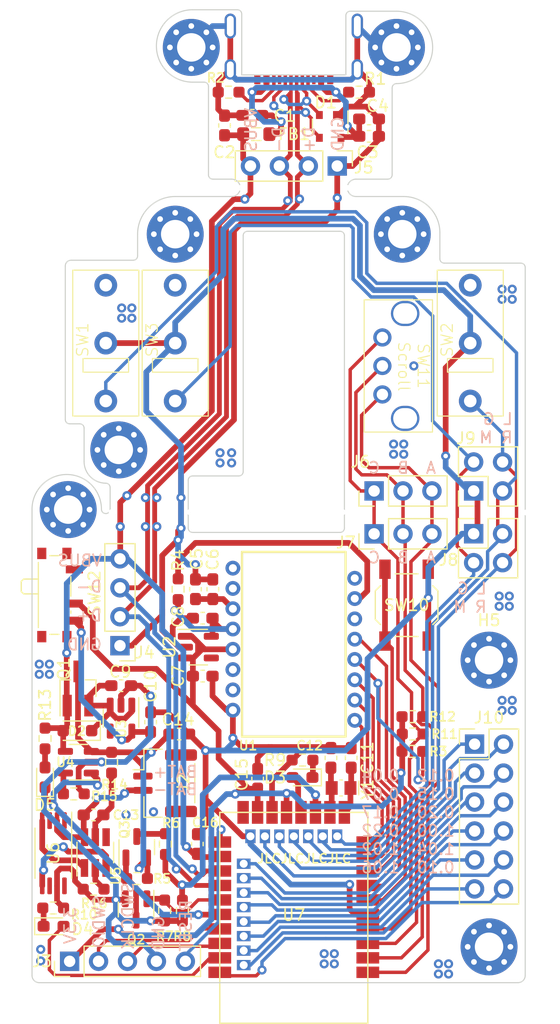
<source format=kicad_pcb>
(kicad_pcb (version 20221018) (generator pcbnew)
  (layers (0 "F.Cu" signal) (31 "B.Cu" signal) (34 "B.Paste" user) (35 "F.Paste" user) (36 "B.SilkS" user "B.Silkscreen") (37 "F.SilkS" user "F.Silkscreen") (38 "B.Mask" user) (39 "F.Mask" user) (44 "Edge.Cuts" user))
  (net 0 "")
  (net 1 "VDD_nRF")
  (net 2 "Net-(D1-VCC)")
  (net 3 "Net-(D2-K)")
  (net 4 "CC1")
  (net 5 "CC2")
  (net 9 "GND")
  (net 10 "XL1")
  (net 11 "XL2")
  (net 12 "RESET")
  (net 13 "VBUS")
  (net 14 "D-")
  (net 15 "D+")
  (net 16 "SWDIO")
  (net 17 "SWDCLK")
  (net 18 "VDD_1.9V")
  (net 19 "MOTION")
  (net 20 "SCLK")
  (net 21 "MOSI")
  (net 22 "MISO")
  (net 23 "PMW_CS")
  (net 24 "BAT-")
  (net 25 "BAT_STAT")
  (net 26 "BAT+")
  (net 27 "BAT_MON_EN")
  (net 28 "Wheel_B")
  (net 29 "Wheel_A")
  (net 30 "BAT_MEAS")
  (net 31 "Net-(SW12-C)")
  (net 36 "Net-(D4-K)")
  (net 37 "LED1")
  (net 38 "LED2")
  (net 39 "BUTTON_L")
  (net 41 "BUTTON_R")
  (net 42 "BUTTON_M")
  (net 43 "BUTTON_BLE")
  (net 44 "Wheel_C")
  (net 45 "Net-(U1-VDDPIX)")
  (net 46 "Net-(U5-VCC)")
  (net 47 "Net-(D3-K)")
  (net 48 "Net-(D5-A)")
  (net 49 "Net-(U1-LED_P)")
  (net 50 "Net-(U4-PROG)")
  (net 51 "Net-(U5-CS)")
  (net 56 "Net-(U5-OD)")
  (net 57 "Net-(U5-OC)")
  (net 61 "Net-(Q2-D)")
  (net 62 "Net-(Q3-D)")
  (net 63 "P0.04")
  (net 64 "P0.12")
  (net 65 "P0.07")
  (net 66 "P0.15")
  (net 67 "P0.17")
  (net 68 "P0.22")
  (net 69 "P0.20")
  (net 70 "P1.02")
  (net 71 "P1.00")
  (net 72 "P0.10")
  (net 73 "P1.06")
  (net 74 "P1.04")
  (footprint "Connector_PinHeader_2.54mm:PinHeader_1x04_P2.54mm_Vertical" (layer "F.Cu") (at 163.834 42.661 -90)
    (fp_text reference "J5")
    (fp_text value "Conn_01x04_Pin")
  )
  (footprint "Resistor_SMD:R_0603_1608Metric_Pad0.98x0.95mm_HandSolder" (layer "F.Cu") (at 146.2535 105.16275 180)
    (fp_text reference "R5")
    (fp_text value "1M")
  )
  (footprint "Resistor_SMD:R_0603_1608Metric_Pad0.98x0.95mm_HandSolder" (layer "F.Cu") (at 170.4575 92.48675)
    (fp_text reference "R11")
    (fp_text value "1M")
  )
  (footprint "Resistor_SMD:R_0603_1608Metric_Pad0.98x0.95mm_HandSolder" (layer "F.Cu") (at 150.241 107.98075 -90)
    (fp_text reference "R8")
    (fp_text value "2M")
  )
  (footprint "NPTH:NPTH_0.5mm" (layer "F.Cu") (at 146.455989 73.003225)
    (fp_text reference "REF**" hide)
    (fp_text value "NPTH_0.5mm" hide)
  )
  (footprint "NPTH:NPTH_0.5mm" (layer "F.Cu") (at 173.709584 73.032979)
    (fp_text reference "REF**" hide)
    (fp_text value "NPTH_0.5mm" hide)
  )
  (footprint "MountingHole:MountingHole_2.5mm_Pad_Via" (layer "F.Cu") (at 177.165 86.00975)
    (fp_text reference "H5")
    (fp_text value "MAIN3")
  )
  (footprint "Connector_PinHeader_2.54mm:PinHeader_2x02_P2.54mm_Vertical" (layer "F.Cu") (at 175.812457 74.918914)
    (fp_text reference "J8")
    (fp_text value "Conn_01x04_Pin")
  )
  (footprint "Capacitor_SMD:C_0603_1608Metric_Pad1.08x0.95mm_HandSolder" (layer "F.Cu") (at 149.9605 92.48675)
    (fp_text reference "C14")
    (fp_text value "10u")
  )
  (footprint "MountingHole:MountingHole_2.5mm_Pad_Via" (layer "F.Cu") (at 144.653 67.564)
    (fp_text reference "H6" hide)
    (fp_text value "BUT1")
  )
  (footprint "Mouse_Encoder:Mouse_Encoder" (layer "F.Cu") (at 167.799 60.20075 -90)
    (fp_text reference "SW11")
    (fp_text value "RotaryEncoder" hide)
  )
  (footprint "Mouse_Switch:Mouse_Switch" (layer "F.Cu") (at 175.514 58.19675 90)
    (fp_text reference "SW2")
    (fp_text value "~" hide)
  )
  (footprint "NPTH:NPTH_0.5mm" (layer "F.Cu") (at 164.719 44.577)
    (fp_text reference "REF**" hide)
    (fp_text value "NPTH_0.5mm" hide)
  )
  (footprint "LED_SMD:LED_0603_1608Metric_Pad1.05x0.95mm_HandSolder" (layer "F.Cu") (at 138.176 96.29675 90)
    (fp_text reference "D5")
    (fp_text value "RED")
  )
  (footprint "Resistor_SMD:R_0603_1608Metric_Pad0.98x0.95mm_HandSolder" (layer "F.Cu") (at 170.434 90.96275)
    (fp_text reference "R12")
    (fp_text value "1M")
  )
  (footprint "MountingHole:MountingHole_2.5mm_Pad_Via" (layer "F.Cu") (at 149.606 48.641)
    (fp_text reference "H7" hide)
    (fp_text value "BUT2")
  )
  (footprint "Resistor_SMD:R_0603_1608Metric_Pad0.98x0.95mm_HandSolder" (layer "F.Cu") (at 140.701144 97.74225 180)
    (fp_text reference "R15")
    (fp_text value "10k")
  )
  (footprint "Connector_JST:JST_GH_BM02B-GHS-TBT_1x02-1MP_P1.25mm_Vertical" (layer "F.Cu") (at 148.717 96.80475 -90)
    (fp_text reference "J2")
    (fp_text value "Battery")
  )
  (footprint "MountingHole:MountingHole_2.5mm_Pad_Via" (layer "F.Cu") (at 169.037 32.258)
    (fp_text reference "H2" hide)
    (fp_text value "USB2")
  )
  (footprint "NPTH:NPTH_0.7mm" (layer "F.Cu") (at 177.099488 73.049496)
    (fp_text reference "REF**" hide)
    (fp_text value "NPTH_0.7mm" hide)
  )
  (footprint "Capacitor_SMD:C_0603_1608Metric_Pad1.08x0.95mm_HandSolder" (layer "F.Cu") (at 152.019 87.40675)
    (fp_text reference "C7")
    (fp_text value "100n" hide)
  )
  (footprint "Capacitor_SMD:C_0603_1608Metric_Pad1.08x0.95mm_HandSolder" (layer "F.Cu") (at 156.3775 38.216 180)
    (fp_text reference "C1")
    (fp_text value "10u" hide)
  )
  (footprint "MountingHole:MountingHole_2.5mm_Pad_Via" (layer "F.Cu") (at 177.165 111.15575)
    (fp_text reference "H4" hide)
    (fp_text value "MAIN2")
  )
  (footprint "Connector_PinHeader_2.54mm:PinHeader_1x03_P2.54mm_Vertical" (layer "F.Cu") (at 167.071178 74.927029 90)
    (fp_text reference "J7")
    (fp_text value "Conn_01x03_Socket")
  )
  (footprint "Package_SO:TSSOP-8_4.4x3mm_P0.65mm" (layer "F.Cu") (at 138.905 102.94525 -90)
    (fp_text reference "U6")
    (fp_text value "FS8205A")
  )
  (footprint "Capacitor_SMD:C_0603_1608Metric_Pad1.08x0.95mm_HandSolder" (layer "F.Cu") (at 142.4345 99.58475 180)
    (fp_text reference "C13")
    (fp_text value "100n")
  )
  (footprint "Resistor_SMD:R_0603_1608Metric_Pad0.98x0.95mm_HandSolder" (layer "F.Cu") (at 170.430729 94.01075)
    (fp_text reference "R3")
    (fp_text value "10k")
  )
  (footprint "Capacitor_SMD:C_0603_1608Metric_Pad1.08x0.95mm_HandSolder" (layer "F.Cu") (at 156.845 96.42375 90)
    (fp_text reference "C15")
    (fp_text value "4.7u")
  )
  (footprint "NPTH:NPTH_0.7mm" (layer "F.Cu") (at 178.789771 73.033165)
    (fp_text reference "REF**" hide)
    (fp_text value "NPTH_0.7mm" hide)
  )
  (footprint "Diode_SMD:D_SOD-323_HandSoldering" (layer "F.Cu") (at 141.021 92.19525 180)
    (fp_text reference "D2")
    (fp_text value "1n5819" hide)
  )
  (footprint "Package_TO_SOT_SMD:SOT-23-5" (layer "F.Cu") (at 151.638 84.86675)
    (fp_text reference "U2")
    (fp_text value "TLV70019DDCR " hide)
  )
  (footprint "Connector_PinHeader_2.54mm:PinHeader_1x05_P2.54mm_Vertical" (layer "F.Cu") (at 140.335 112.42575 90)
    (fp_text reference "J3")
    (fp_text value "SWD")
  )
  (footprint "Inductor_SMD:L_0805_2012Metric_Pad1.05x1.20mm_HandSolder" (layer "F.Cu") (at 156.725 39.867 180)
    (fp_text reference "FB1")
    (fp_text value "120R/0.55A" hide)
  )
  (footprint "NPTH:NPTH_0.5mm" (layer "F.Cu") (at 157.988 44.577)
    (fp_text reference "REF**" hide)
    (fp_text value "NPTH_0.5mm" hide)
  )
  (footprint "NPTH:NPTH_0.5mm" (layer "F.Cu") (at 155.321 44.577)
    (fp_text reference "REF**" hide)
    (fp_text value "NPTH_0.5mm" hide)
  )
  (footprint "Resistor_SMD:R_0603_1608Metric_Pad0.98x0.95mm_HandSolder" (layer "F.Cu") (at 165.749 36.184)
    (fp_text reference "R1")
    (fp_text value "5.1k" hide)
  )
  (footprint "Resistor_SMD:R_0603_1608Metric_Pad0.98x0.95mm_HandSolder" (layer "F.Cu") (at 148.680649 107.967414 -90)
    (fp_text reference "R7")
    (fp_text value "1M")
  )
  (footprint "Resistor_SMD:R_0603_1608Metric_Pad0.98x0.95mm_HandSolder" (layer "F.Cu") (at 160.782 94.77275)
    (fp_text reference "R9")
    (fp_text value "1k")
  )
  (footprint "NPTH:NPTH_0.5mm" (layer "F.Cu") (at 162.052 44.577)
    (fp_text reference "REF**" hide)
    (fp_text value "NPTH_0.5mm" hide)
  )
  (footprint "Crystal:Crystal_SMD_MicroCrystal_CM9V-T1A-2Pin_1.6x1.0mm_HandSoldering" (layer "F.Cu") (at 164.171 97.2215 180)
    (fp_text reference "Y1")
    (fp_text value "32.768kHz" hide)
  )
  (footprint "Mouse_Switch:Mouse_Switch" (layer "F.Cu") (at 143.51 58.19675 90)
    (fp_text reference "SW1")
    (fp_text value "~" hide)
  )
  (footprint "NPTH:NPTH_0.5mm" (layer "F.Cu") (at 145.552327 72.997781)
    (fp_text reference "REF**" hide)
    (fp_text value "NPTH_0.5mm" hide)
  )
  (footprint "Capacitor_SMD:C_0603_1608Metric_Pad1.08x0.95mm_HandSolder" (layer "F.Cu") (at 144.8585 88.24525)
    (fp_text reference "C9")
    (fp_text value "1u")
  )
  (footprint "Package_TO_SOT_SMD:SOT-23-5" (layer "F.Cu") (at 144.846 91.09525 -90)
    (fp_text reference "U3")
    (fp_text value "AP2112K-3.3" hide)
  )
  (footprint "Connector_PinHeader_2.54mm:PinHeader_1x04_P2.54mm_Vertical" (layer "F.Cu") (at 144.755 84.73975 180)
    (fp_text reference "J4")
    (fp_text value "Conn_01x04_Socket")
  )
  (footprint "Resistor_SMD:R_0603_1608Metric_Pad0.98x0.95mm_HandSolder" (layer "F.Cu") (at 148.742049 102.1449 -90)
    (fp_text reference "R6")
    (fp_text value "820k")
  )
  (footprint "NPTH:NPTH_0.5mm" (layer "F.Cu") (at 167.795141 73.059456)
    (fp_text reference "REF**" hide)
    (fp_text value "NPTH_0.5mm" hide)
  )
  (footprint "Mouse_Switch:Mouse_Switch" (layer "F.Cu") (at 149.606 58.19675 90)
    (fp_text reference "SW3")
    (fp_text value "~" hide)
  )
  (footprint "MountingHole:MountingHole_2.5mm_Pad_Via" (layer "F.Cu") (at 151.017 32.258)
    (fp_text reference "H1" hide)
    (fp_text value "USB1")
  )
  (footprint "Resistor_SMD:R_0603_1608Metric_Pad0.98x0.95mm_HandSolder" (layer "F.Cu") (at 154.2955 36.184 180)
    (fp_text reference "R2")
    (fp_text value "5.1k" hide)
  )
  (footprint "Capacitor_SMD:C_0603_1608Metric_Pad1.08x0.95mm_HandSolder" (layer "F.Cu") (at 151.55 102.13875 90)
    (fp_text reference "C16")
    (fp_text value "4.7u")
  )
  (footprint "Resistor_SMD:R_0603_1608Metric_Pad0.98x0.95mm_HandSolder" (layer "F.Cu") (at 138.889025 107.747345 180)
    (fp_text reference "R10")
    (fp_text value "1k")
  )
  (footprint "NPTH:NPTH_0.5mm" (layer "F.Cu") (at 165.258356 73.054012)
    (fp_text reference "REF**" hide)
    (fp_text value "NPTH_0.5mm" hide)
  )
  (footprint "Capacitor_SMD:C_0603_1608Metric_Pad1.08x0.95mm_HandSolder" (layer "F.Cu") (at 166.628851 38.533954)
    (fp_text reference "C4")
    (fp_text value "100n" hide)
  )
  (footprint "NPTH:NPTH_0.5mm" (layer "F.Cu") (at 158.877 44.577)
    (fp_text reference "REF**" hide)
    (fp_text value "NPTH_0.5mm" hide)
  )
  (footprint "Connector_PinHeader_2.54mm:PinHeader_2x02_P2.54mm_Vertical" (layer "F.Cu") (at 175.812857 71.165745 90)
    (fp_text reference "J9")
    (fp_text value "Conn_01x04_Socket")
  )
  (footprint "Package_TO_SOT_SMD:SOT-23" (layer "F.Cu") (at 146.23 102.41725 90)
    (fp_text reference "Q3")
    (fp_text value "AO3407")
  )
  (footprint "NPTH:NPTH_0.5mm" (layer "F.Cu") (at 166.341661 73.043125)
    (fp_text reference "REF**" hide)
    (fp_text value "NPTH_0.5mm" hide)
  )
  (footprint "Capacitor_SMD:C_0603_1608Metric_Pad1.08x0.95mm_HandSolder" (layer "F.Cu") (at 166.628851 40.057954)
    (fp_text reference "C3")
    (fp_text value "10u" hide)
  )
  (footprint "NPTH:NPTH_0.5mm" (layer "F.Cu") (at 149.352 73.025)
    (fp_text reference "REF**" hide)
    (fp_text value "NPTH_0.5mm" hide)
  )
  (footprint "Capacitor_SMD:C_0603_1608Metric_Pad1.08x0.95mm_HandSolder" (layer "F.Cu") (at 153.938 39.105 90)
    (fp_text reference "C2")
    (fp_text value "100n" hide)
  )
  (footprint "Button_Switch_SMD:SW_SPDT_PCM12" (layer "F.Cu") (at 139.319 80.29475 -90)
    (fp_text reference "SW12")
    (fp_text value "SW_SPDT")
  )
  (footprint "NPTH:NPTH_0.5mm" (layer "F.Cu") (at 161.163 44.577)
    (fp_text reference "REF**" hide)
    (fp_text value "NPTH_0.5mm" hide)
  )
  (footprint "NPTH:NPTH_0.5mm" (layer "F.Cu") (at 170.359146 73.02135)
    (fp_text reference "REF**" hide)
    (fp_text value "NPTH_0.5mm" hide)
  )
  (footprint "Capacitor_SMD:C_0603_1608Metric_Pad1.08x0.95mm_HandSolder" (layer "F.Cu") (at 165.06 94.581 -90)
    (fp_text reference "C11")
    (fp_text value "12p" hide)
  )
  (footprint "Capacitor_SMD:C_0603_1608Metric_Pad1.08x0.95mm_HandSolder" (layer "F.Cu") (at 152.908 79.78675 90)
    (fp_text reference "C6")
    (fp_text value "100n" hide)
  )
  (footprint "LED_SMD:LED_0603_1608Metric_Pad1.05x0.95mm_HandSolder" (layer "F.Cu") (at 160.782 96.29675 180)
    (fp_text reference "D3")
    (fp_text value "GREEN")
  )
  (footprint "Connector_PinHeader_2.54mm:PinHeader_2x06_P2.54mm_Vertical" (layer "F.Cu") (at 175.895 93.37575)
    (fp_text reference "J10")
    (fp_text value "Conn_01x12_Pin")
  )
  (footprint "NPTH:NPTH_0.5mm" (layer "F.Cu") (at 171.447895 73.032237)
    (fp_text reference "REF**" hide)
    (fp_text value "NPTH_0.5mm" hide)
  )
  (footprint "Package_TO_SOT_SMD:SOT-23_Handsoldering" (layer "F.Cu") (at 141.071 88.49525 90)
    (fp_text reference "Q1")
    (fp_text value "AO3407")
  )
  (footprint "PMW3360:PMW3360" (layer "F.Cu") (at 160.02 84.61275)
    (fp_text reference "U1")
    (fp_text value "PMW3360DM-T2QU")
    (fp_line (start -4.445 -7.9375) (end 4.445 -7.9375) (stroke (width 0.01)) (layer "Edge.Cuts"))
    (fp_line (start -4.445 7.9375) (end -4.445 -7.9375) (stroke (width 0.01)) (layer "Edge.Cuts"))
    (fp_line (start 4.445 -7.9375) (end 4.445 7.9375) (stroke (width 0.01)) (layer "Edge.Cuts"))
    (fp_line (start 4.445 7.9375) (end -4.445 7.9375) (stroke (width 0.01)) (layer "Edge.Cuts"))
  )
  (footprint "Capacitor_SMD:C_0603_1608Metric_Pad1.08x0.95mm_HandSolder" (layer "F.Cu") (at 152.019 82.32675 180)
    (fp_text reference "C8")
    (fp_text value "1u" hide)
  )
  (footprint "NPTH:NPTH_0.5mm" (layer "F.Cu") (at 150.876 73.025)
    (fp_text reference "REF**" hide)
    (fp_text value "NPTH_0.5mm" hide)
  )
  (footprint "MountingHole:MountingHole_2.5mm_Pad_Via" (layer "F.Cu") (at 140.208 72.80175)
    (fp_text reference "H3" hide)
    (fp_text value "MAIN1")
  )
  (footprint "Package_TO_SOT_SMD:SOT-23-6_Handsoldering" (layer "F.Cu") (at 142.588 102.88675 90)
    (fp_text reference "U5")
    (fp_text value "DW01")
  )
  (footprint "USB_C:USB-C_C168688" (layer "F.Cu") (at 160.02485 34.68875)
    (fp_text reference "J1" hide)
    (fp_text value "USB_C_Receptacle")
  )
  (footprint "Package_TO_SOT_SMD:SOT-23-5" (layer "F.Cu") (at 141.1025 94.96075 180)
    (fp_text reference "U4")
    (fp_text value "TP4054")
  )
  (footprint "NPTH:NPTH_0.5mm" (layer "F.Cu") (at 157.099 44.577)
    (fp_text reference "REF**" hide)
    (fp_text value "NPTH_0.5mm" hide)
  )
  (footprint "Capacitor_SMD:C_0603_1608Metric_Pad1.08x0.95mm_HandSolder" (layer "F.Cu") (at 151.384 79.78675 90)
    (fp_text reference "C5")
    (fp_text value "4.7u" hide)
  )
  (footprint "NPTH:NPTH_0.7mm" (layer "F.Cu") (at 164.338 73.025)
    (fp_text reference "REF**" hide)
    (fp_text value "NPTH_0.7mm" hide)
  )
  (footprint "NPTH:NPTH_0.7mm" (layer "F.Cu") (at 180.39889 73.054878)
    (fp_text reference "REF**" hide)
    (fp_text value "NPTH_0.7mm" hide)
  )
  (footprint "E73:E73-2G4M08S1C" (layer "F.Cu") (at 160.02 108.36175 180)
    (fp_text reference "U7")
    (fp_text value "E73-2G4M08S1C")
  )
  (footprint "Resistor_SMD:R_0603_1608Metric_Pad0.98x0.95mm_HandSolder" (layer "F.Cu") (at 138.176 92.88175 90)
    (fp_text reference "R13")
    (fp_text value "1k")
  )
  (footprint "Button_Switch_SMD:SW_SPST_TL3342" (layer "F.Cu") (at 169.926 81.18375 -90)
    (fp_text reference "SW10")
    (fp_text value "SW_BLE" hide)
  )
  (footprint "MountingHole:MountingHole_2.5mm_Pad_Via" (layer "F.Cu") (at 169.545 48.641)
    (fp_text reference "H8" hide)
    (fp_text value "BUT3")
  )
  (footprint "NPTH:NPTH_0.5mm" (layer "F.Cu") (at 168.878447 73.048568)
    (fp_text reference "REF**" hide)
    (fp_text value "NPTH_0.5mm" hide)
  )
  (footprint "Package_TO_SOT_SMD:SOT-23" (layer "F.Cu") (at 146.169 107.87825 -90)
    (fp_text reference "Q2")
    (fp_text value "AO3404")
  )
  (footprint "Resistor_SMD:R_0603_1608Metric_Pad0.98x0.95mm_HandSolder" (layer "F.Cu") (at 144.018 95.00325 -90)
    (fp_text reference "R14")
    (fp_text value "100R")
  )
  (footprint "Capacitor_SMD:C_0603_1608Metric_Pad1.08x0.95mm_HandSolder" (layer "F.Cu") (at 163.282 94.581 -90)
    (fp_text reference "C12")
    (fp_text value "12p" hide)
  )
  (footprint "NPTH:NPTH_0.5mm" (layer "F.Cu") (at 162.941 44.577)
    (fp_text reference "REF**" hide)
    (fp_text value "NPTH_0.5mm" hide)
  )
  (footprint "NPTH:NPTH_0.7mm" (layer "F.Cu") (at 175.21323 73.025)
    (fp_text reference "REF**" hide)
    (fp_text value "NPTH_0.7mm" hide)
  )
  (footprint "Resistor_SMD:R_0603_1608Metric_Pad0.98x0.95mm_HandSolder" (layer "F.Cu") (at 142.440851 106.099041 180)
    (fp_text reference "R16")
    (fp_text value "1k")
  )
  (footprint "LED_SMD:LED_0603_1608Metric_Pad1.05x0.95mm_HandSolder" (layer "F.Cu") (at 138.924 109.35018)
    (fp_text reference "D4")
    (fp_text value "BLUE")
  )
  (footprint "NPTH:NPTH_0.5mm" (layer "F.Cu") (at 144.018 73.025)
    (fp_text reference "REF**" hide)
    (fp_text value "NPTH_0.5mm" hide)
  )
  (footprint "Package_TO_SOT_SMD:SOT-143" (layer "F.Cu") (at 163.214535 39.188393 -90)
    (fp_text reference "D1")
    (fp_text value "PRTR5V0U2X")
  )
  (footprint "Capacitor_SMD:C_0603_1608Metric_Pad1.08x0.95mm_HandSolder" (layer "F.Cu") (at 147.447 91.44425 90)
    (fp_text reference "C10")
    (fp_text value "1u" hide)
  )
  (footprint "Resistor_SMD:R_0603_1608Metric_Pad0.98x0.95mm_HandSolder" (layer "F.Cu") (at 149.86 79.78675 90)
    (fp_text reference "R4")
    (fp_text value "39R" hide)
  )
  (footprint "Connector_PinHeader_2.54mm:PinHeader_1x03_P2.54mm_Vertical" (layer "F.Cu") (at 167.071178 71.166029 90)
    (fp_text reference "J6")
    (fp_text value "Conn_01x03_Pin")
  )
  (footprint "NPTH:NPTH_0.5mm" (layer "F.Cu") (at 148.5355 73.014112)
    (fp_text reference "REF**" hide)
    (fp_text value "NPTH_0.5mm" hide)
  )
  (footprint "NPTH:NPTH_0.5mm" (layer "F.Cu") (at 172.827698 73.032979)
    (fp_text reference "REF**" hide)
    (fp_text value "NPTH_0.5mm" hide)
  )
  (gr_line (start 137.033 113.665) (end 137.033 72.771) (stroke (width 0.1)) (layer "Edge.Cuts"))
  (gr_arc (start 143.891 72.771) (mid 143.51 73.152) (end 143.129 72.771) (stroke (width 0.1)) (layer "Edge.Cuts"))
  (gr_arc (start 151.13 74.803) (mid 150.860592 74.691408) (end 150.749 74.422) (stroke (width 0.1)) (layer "Edge.Cuts"))
  (gr_line (start 164.592 29.464) (end 164.592 34.671) (stroke (width 0.1)) (layer "Edge.Cuts"))
  (gr_arc (start 155.067 28.956) (mid 155.336408 29.067592) (end 155.448 29.337) (stroke (width 0.1)) (layer "Edge.Cuts"))
  (gr_arc (start 155.575 48.768) (mid 155.686592 48.498592) (end 155.956 48.387) (stroke (width 0.1)) (layer "Edge.Cuts"))
  (gr_line (start 149.606 45.339) (end 154.559 45.339) (stroke (width 0.1)) (layer "Edge.Cuts"))
  (gr_line (start 164.084 48.387) (end 155.956 48.387) (stroke (width 0.1)) (layer "Edge.Cuts"))
  (gr_line (start 155.448 34.671) (end 164.592 34.671) (stroke (width 0.1)) (layer "Edge.Cuts"))
  (gr_line (start 140.462 50.927) (end 145.923 50.927) (stroke (width 0.1)) (layer "Edge.Cuts"))
  (gr_line (start 180.34 113.665) (end 180.34 51.562) (stroke (width 0.1)) (layer "Edge.Cuts"))
  (gr_line (start 154.559 43.815) (end 152.908 43.815) (stroke (width 0.1)) (layer "Edge.Cuts"))
  (gr_arc (start 180.34 113.665) (mid 180.154013 114.114013) (end 179.705 114.3) (stroke (width 0.1)) (layer "Edge.Cuts"))
  (gr_line (start 155.448 29.337) (end 155.448 34.671) (stroke (width 0.1)) (layer "Edge.Cuts"))
  (gr_arc (start 165.481 45.339) (mid 164.719 44.577) (end 165.481 43.815) (stroke (width 0.1)) (layer "Edge.Cuts"))
  (gr_line (start 164.465 48.768) (end 164.465 74.422) (stroke (width 0.1)) (layer "Edge.Cuts"))
  (gr_line (start 141.605 68.58) (end 141.605 65.659) (stroke (width 0.1)) (layer "Edge.Cuts"))
  (gr_line (start 146.304 50.546) (end 146.304 48.641) (stroke (width 0.1)) (layer "Edge.Cuts"))
  (gr_line (start 143.891 72.771) (end 143.891 70.866) (stroke (width 0.1)) (layer "Edge.Cuts"))
  (gr_arc (start 155.575 69.469) (mid 155.463408 69.738408) (end 155.194 69.85) (stroke (width 0.1)) (layer "Edge.Cuts"))
  (gr_arc (start 169.672 45.339) (mid 171.917064 46.268936) (end 172.847 48.514) (stroke (width 0.1)) (layer "Edge.Cuts"))
  (gr_arc (start 164.084 48.387) (mid 164.353408 48.498592) (end 164.465 48.768) (stroke (width 0.1)) (layer "Edge.Cuts"))
  (gr_arc (start 168.656 35.814) (mid 168.767592 35.544592) (end 169.037 35.433) (stroke (width 0.1)) (layer "Edge.Cuts"))
  (gr_line (start 169.037 29.083) (end 164.973 29.083) (stroke (width 0.1)) (layer "Edge.Cuts"))
  (gr_line (start 150.749 74.422) (end 150.749 70.231) (stroke (width 0.1)) (layer "Edge.Cuts"))
  (gr_line (start 151.13 69.85) (end 155.194 69.85) (stroke (width 0.1)) (layer "Edge.Cuts"))
  (gr_arc (start 168.656 43.434) (mid 168.544408 43.703408) (end 168.275 43.815) (stroke (width 0.1)) (layer "Edge.Cuts"))
  (gr_arc (start 152.908 43.815) (mid 152.638592 43.703408) (end 152.527 43.434) (stroke (width 0.1)) (layer "Edge.Cuts"))
  (gr_arc (start 141.224 65.278) (mid 141.493408 65.389592) (end 141.605 65.659) (stroke (width 0.1)) (layer "Edge.Cuts"))
  (gr_arc (start 146.304 48.641) (mid 147.271133 46.306133) (end 149.606 45.339) (stroke (width 0.1)) (layer "Edge.Cuts"))
  (gr_line (start 168.656 35.814) (end 168.656 43.434) (stroke (width 0.1)) (layer "Edge.Cuts"))
  (gr_line (start 179.959 51.181) (end 173.228 51.181) (stroke (width 0.1)) (layer "Edge.Cuts"))
  (gr_arc (start 150.749 70.231) (mid 150.860592 69.961592) (end 151.13 69.85) (stroke (width 0.1)) (layer "Edge.Cuts"))
  (gr_line (start 152.146 35.306) (end 151.13 35.306) (stroke (width 0.1)) (layer "Edge.Cuts"))
  (gr_arc (start 146.304 50.546) (mid 146.192408 50.815408) (end 145.923 50.927) (stroke (width 0.1)) (layer "Edge.Cuts"))
  (gr_line (start 169.672 45.339) (end 165.481 45.339) (stroke (width 0.1)) (layer "Edge.Cuts"))
  (gr_line (start 164.084 74.803) (end 151.13 74.803) (stroke (width 0.1)) (layer "Edge.Cuts"))
  (gr_arc (start 151.13 35.306) (mid 147.955 32.131) (end 151.13 28.956) (stroke (width 0.1)) (layer "Edge.Cuts"))
  (gr_line (start 141.224 65.278) (end 140.335 65.278) (stroke (width 0.1)) (layer "Edge.Cuts"))
  (gr_arc (start 152.146 35.306) (mid 152.415408 35.417592) (end 152.527 35.687) (stroke (width 0.1)) (layer "Edge.Cuts"))
  (gr_arc (start 173.228 51.181) (mid 172.958592 51.069408) (end 172.847 50.8) (stroke (width 0.1)) (layer "Edge.Cuts"))
  (gr_arc (start 140.335 65.278) (mid 140.065592 65.166408) (end 139.954 64.897) (stroke (width 0.1)) (layer "Edge.Cuts"))
  (gr_arc (start 179.959 51.181) (mid 180.228408 51.292592) (end 180.34 51.562) (stroke (width 0.1)) (layer "Edge.Cuts"))
  (gr_arc (start 137.033 72.771) (mid 140.081 69.723) (end 143.129 72.771) (stroke (width 0.1)) (layer "Edge.Cuts"))
  (gr_line (start 152.527 43.434) (end 152.527 35.687) (stroke (width 0.1)) (layer "Edge.Cuts"))
  (gr_line (start 151.13 28.956) (end 155.067 28.956) (stroke (width 0.1)) (layer "Edge.Cuts"))
  (gr_line (start 179.705 114.3) (end 137.668 114.3) (stroke (width 0.1)) (layer "Edge.Cuts"))
  (gr_line (start 155.575 48.768) (end 155.575 69.469) (stroke (width 0.1)) (layer "Edge.Cuts"))
  (gr_line (start 165.481 43.815) (end 168.275 43.815) (stroke (width 0.1)) (layer "Edge.Cuts"))
  (gr_line (start 172.847 50.8) (end 172.847 48.514) (stroke (width 0.1)) (layer "Edge.Cuts"))
  (gr_arc (start 137.668 114.3) (mid 137.218987 114.114013) (end 137.033 113.665) (stroke (width 0.1)) (layer "Edge.Cuts"))
  (gr_arc (start 143.51 70.485) (mid 143.779408 70.596592) (end 143.891 70.866) (stroke (width 0.1)) (layer "Edge.Cuts"))
  (gr_arc (start 154.559 43.815) (mid 155.321 44.577) (end 154.559 45.339) (stroke (width 0.1)) (layer "Edge.Cuts"))
  (gr_arc (start 139.954 51.435) (mid 140.10279 51.07579) (end 140.462 50.927) (stroke (width 0.1)) (layer "Edge.Cuts"))
  (gr_line (start 139.954 64.897) (end 139.954 51.435) (stroke (width 0.1)) (layer "Edge.Cuts"))
  (gr_arc (start 169.037 29.083) (mid 172.212 32.258) (end 169.037 35.433) (stroke (width 0.1)) (layer "Edge.Cuts"))
  (gr_arc (start 143.51 70.485) (mid 142.162962 69.927038) (end 141.605 68.58) (stroke (width 0.1)) (layer "Edge.Cuts"))
  (gr_arc (start 164.465 74.422) (mid 164.353408 74.691408) (end 164.084 74.803) (stroke (width 0.1)) (layer "Edge.Cuts"))
  (gr_arc (start 164.592 29.464) (mid 164.703592 29.194592) (end 164.973 29.083) (stroke (width 0.1)) (layer "Edge.Cuts"))
  (gr_text "SWDIO\n" (at 143.51 106.553 90) (layer "B.SilkS") (effects (font (size 1 1)) (justify left bottom mirror)))
  (gr_text "GND" (at 143.256 85.217) (layer "B.SilkS") (effects (font (size 1 1)) (justify left bottom mirror)))
  (gr_text "SWDCLK\n" (at 146.05 105.41 90) (layer "B.SilkS") (effects (font (size 1 1)) (justify left bottom mirror)))
  (gr_text "D-" (at 143.256 80.137) (layer "B.SilkS") (effects (font (size 1 1)) (justify left bottom mirror)))
  (gr_text "A  B  C" (at 172.593 77.597) (layer "B.SilkS") (effects (font (size 1 1)) (justify left bottom mirror)))
  (gr_text "VBUS\n" (at 143.256 77.851) (layer "B.SilkS") (effects (font (size 1 1)) (justify left bottom mirror)))
  (gr_text "L G\nR M" (at 177.038 81.915) (layer "B.SilkS") (effects (font (size 1 1)) (justify left bottom mirror)))
  (gr_text "D-" (at 159.258 39.116 90) (layer "B.SilkS") (effects (font (size 1 1)) (justify left bottom mirror)))
  (gr_text "RESET\n" (at 151.13 106.934 90) (layer "B.SilkS") (effects (font (size 1 1)) (justify left bottom mirror)))
  (gr_text "D+\n" (at 161.925 39.116 90) (layer "B.SilkS") (effects (font (size 1 1)) (justify left bottom mirror)))
  (gr_text "BAT+" (at 151.638 96.393) (layer "B.SilkS") (effects (font (size 1 1)) (justify left bottom mirror)))
  (gr_text "3.3V\n" (at 140.97 107.569 90) (layer "B.SilkS") (effects (font (size 1 1)) (justify left bottom mirror)))
  (gr_text "0.12  0.04\n0.15  0.07\n0.20  0.17\n1.00  0.22\n1.04  1.02\n0.10  1.06" (at 174.244 104.775) (layer "B.SilkS") (effects (font (size 1 1)) (justify left bottom mirror)))
  (gr_text "GND" (at 148.717 108.331 90) (layer "B.SilkS") (effects (font (size 1 1)) (justify left bottom mirror)))
  (gr_text "BAT-\n" (at 151.638 97.917) (layer "B.SilkS") (effects (font (size 1 1)) (justify left bottom mirror)))
  (gr_text "VBUS\n" (at 156.845 37.465 90) (layer "B.SilkS") (effects (font (size 1 1)) (justify left bottom mirror)))
  (gr_text "GND" (at 164.465 38.227 90) (layer "B.SilkS") (effects (font (size 1 1)) (justify left bottom mirror)))
  (gr_text "D+\n" (at 143.256 82.677) (layer "B.SilkS") (effects (font (size 1 1)) (justify left bottom mirror)))
  (gr_text "A  B  C" (at 172.593 69.723) (layer "B.SilkS") (effects (font (size 1 1)) (justify left bottom mirror)))
  (gr_text "L G\nR M" (at 179.324 67.056) (layer "B.SilkS") (effects (font (size 1 1)) (justify left bottom mirror)))
  (gr_text "JLCJLCJLCJLC" (at 156.718 103.886) (layer "F.SilkS") (effects (font (size 0.8 0.8)) (justify left bottom)))
  (segment (start 142.367 84.95175) (end 144.187 86.77175) (width 0.5) (layer "F.Cu") (net 1))
  (segment (start 159.385 97.69375) (end 159.385 99.35675) (width 0.5) (layer "F.Cu") (net 1))
  (segment (start 151.613 85.39975) (end 151.196 85.81675) (width 0.5) (layer "F.Cu") (net 1))
  (segment (start 144.61318 109.607694) (end 143.249306 109.607694) (width 0.5) (layer "F.Cu") (net 1))
  (segment (start 151.196 85.81675) (end 150.5005 85.81675) (width 0.5) (layer "F.Cu") (net 1))
  (segment (start 156.845 99.35675) (end 156.84 99.36175) (width 0.5) (layer "F.Cu") (net 1))
  (segment (start 169.541729 90.982979) (end 169.5215 90.96275) (width 0.5) (layer "F.Cu") (net 1))
  (segment (start 144.187 86.77175) (end 147.955 86.77175) (width 0.5) (layer "F.Cu") (net 1))
  (segment (start 154.8765 97.75725) (end 155.3475 97.28625) (width 0.5) (layer "F.Cu") (net 1))
  (segment (start 142.367 82.26275) (end 142.367 84.95175) (width 0.5) (layer "F.Cu") (net 1))
  (segment (start 155.3475 97.28625) (end 156.845 97.28625) (width 0.5) (layer "F.Cu") (net 1))
  (segment (start 141.149 81.04475) (end 142.367 82.26275) (width 0.5) (layer "F.Cu") (net 1))
  (segment (start 151.1565 89.97325) (end 153.416 92.23275) (width 0.5) (layer "F.Cu") (net 1))
  (segment (start 147.955 86.77175) (end 151.1565 89.97325) (width 0.5) (layer "F.Cu") (net 1))
  (segment (start 153.416 92.23275) (end 153.416 94.64575) (width 0.5) (layer "F.Cu") (net 1))
  (segment (start 151.061528 83.91675) (end 151.613 84.468222) (width 0.5) (layer "F.Cu") (net 1))
  (segment (start 150.5005 83.91675) (end 151.061528 83.91675) (width 0.5) (layer "F.Cu") (net 1))
  (segment (start 140.749 81.04475) (end 141.149 81.04475) (width 0.5) (layer "F.Cu") (net 1))
  (segment (start 152.202528 85.05775) (end 151.613 84.468222) (width 0.5) (layer "F.Cu") (net 1))
  (segment (start 152.202528 85.05775) (end 151.955 85.05775) (width 0.5) (layer "F.Cu") (net 1))
  (segment (start 151.1565 87.40675) (end 151.1565 85.85625) (width 0.5) (layer "F.Cu") (net 1))
  (segment (start 140.43125 112.42575) (end 140.335 112.42575) (width 0.5) (layer "F.Cu") (net 1))
  (segment (start 156.845 97.28625) (end 156.845 99.35675) (width 0.5) (layer "F.Cu") (net 1))
  (segment (start 154.67 85.05775) (end 152.202528 85.05775) (width 0.5) (layer "F.Cu") (net 1))
  (segment (start 169.541729 95.91575) (end 169.541729 90.982979) (width 0.5) (layer "F.Cu") (net 1))
  (segment (start 151.1565 85.85625) (end 151.196 85.81675) (width 0.5) (layer "F.Cu") (net 1))
  (segment (start 151.955 85.05775) (end 151.613 85.39975) (width 0.5) (layer "F.Cu") (net 1))
  (segment (start 156.0565 97.28625) (end 156.845 97.28625) (width 0.5) (layer "F.Cu") (net 1))
  (segment (start 153.416 94.64575) (end 156.0565 97.28625) (width 0.5) (layer "F.Cu") (net 1))
  (segment (start 159.385 99.35675) (end 159.38 99.36175) (width 0.5) (layer "F.Cu") (net 1))
  (segment (start 151.1565 87.40675) (end 151.1565 89.97325) (width 0.5) (layer "F.Cu") (net 1))
  (segment (start 143.249306 109.607694) (end 140.43125 112.42575) (width 0.5) (layer "F.Cu") (net 1))
  (segment (start 151.613 84.468222) (end 151.613 85.39975) (width 0.5) (layer "F.Cu") (net 1))
  (via (at 159.385 97.69375) (size 0.8) (drill 0.4) (layers "F.Cu" "B.Cu") (net 1))
  (via (at 144.61318 109.607694) (size 0.8) (drill 0.4) (layers "F.Cu" "B.Cu") (net 1))
  (via (at 154.8765 97.75725) (size 0.8) (drill 0.4) (layers "F.Cu" "B.Cu") (net 1))
  (via (at 169.429742 95.904008) (size 0.8) (drill 0.4) (layers "F.Cu" "B.Cu") (net 1))
  (segment (start 145.145236 110.13975) (end 151.393722 110.13975) (width 0.5) (layer "B.Cu") (net 1))
  (segment (start 169.429742 97.174008) (end 167.767 98.83675) (width 0.5) (layer "B.Cu") (net 1))
  (segment (start 167.767 98.83675) (end 161.036 98.83675) (width 0.5) (layer "B.Cu") (net 1))
  (segment (start 144.61318 109.607694) (end 145.145236 110.13975) (width 0.5) (layer "B.Cu") (net 1))
  (segment (start 154.1145 97.75725) (end 154.8765 97.75725) (width 0.5) (layer "B.Cu") (net 1))
  (segment (start 152.781 99.09075) (end 154.1145 97.75725) (width 0.5) (layer "B.Cu") (net 1))
  (segment (start 152.781 108.752472) (end 152.781 99.09075) (width 0.5) (layer "B.Cu") (net 1))
  (segment (start 161.036 98.83675) (end 159.893 97.69375) (width 0.5) (layer "B.Cu") (net 1))
  (segment (start 151.393722 110.13975) (end 152.781 108.752472) (width 0.5) (layer "B.Cu") (net 1))
  (segment (start 154.8765 97.75725) (end 154.94 97.69375) (width 0.5) (layer "B.Cu") (net 1))
  (segment (start 159.893 97.69375) (end 159.385 97.69375) (width 0.5) (layer "B.Cu") (net 1))
  (segment (start 169.429742 95.904008) (end 169.429742 97.174008) (width 0.5) (layer "B.Cu") (net 1))
  (segment (start 154.94 97.69375) (end 159.385 97.69375) (width 0.5) (layer "B.Cu") (net 1))
  (segment (start 158.9023 38.782677) (end 158.681479 38.782677) (width 0.5) (layer "F.Cu") (net 2))
  (segment (start 165.703305 40.121) (end 164.231928 40.121) (width 0.5) (layer "F.Cu") (net 2))
  (segment (start 165.766351 40.057954) (end 165.766351 38.533954) (width 0.5) (layer "F.Cu") (net 2))
  (segment (start 162.955 36.184) (end 162.41985 35.64885) (width 0.5) (layer "F.Cu") (net 2))
  (segment (start 164.231928 40.121) (end 164.164535 40.188393) (width 0.5) (layer "F.Cu") (net 2))
  (segment (start 158.681479 38.782677) (end 158.114802 38.216) (width 0.5) (layer "F.Cu") (net 2))
  (segment (start 164.719 39.168) (end 165.608954 40.057954) (width 0.5) (layer "F.Cu") (net 2))
  (segment (start 157.61985 35.64731) (end 157.61985 35.08875) (width 0.5) (layer "F.Cu") (net 2))
  (segment (start 162.41985 35.64885) (end 162.41985 35.08875) (width 0.5) (layer "F.Cu") (net 2))
  (segment (start 162.955 36.184) (end 163.717 36.184) (width 0.5) (layer "F.Cu") (net 2))
  (segment (start 158.114802 38.216) (end 157.24 38.216) (width 0.5) (layer "F.Cu") (net 2))
  (segment (start 165.608954 40.057954) (end 165.766351 40.057954) (width 0.5) (layer "F.Cu") (net 2))
  (segment (start 165.766351 40.057954) (end 165.703305 40.121) (width 0.5) (layer "F.Cu") (net 2))
  (segment (start 158.9023 38.782677) (end 158.9023 39.4027) (width 0.5) (layer "F.Cu") (net 2))
  (segment (start 157.089568 36.177592) (end 157.61985 35.64731) (width 0.5) (layer "F.Cu") (net 2))
  (segment (start 158.9023 39.4027) (end 158.438 39.867) (width 0.5) (layer "F.Cu") (net 2))
  (segment (start 156.351 36.177592) (end 157.089568 36.177592) (width 0.5) (layer "F.Cu") (net 2))
  (segment (start 158.438 39.867) (end 157.875 39.867) (width 0.5) (layer "F.Cu") (net 2))
  (via (at 164.719 39.168) (size 0.8) (drill 0.4) (layers "F.Cu" "B.Cu") (net 2))
  (via (at 158.9023 38.782677) (size 0.8) (drill 0.4) (layers "F.Cu" "B.Cu") (net 2))
  (via (at 156.351 36.177592) (size 0.8) (drill 0.4) (layers "F.Cu" "B.Cu") (net 2))
  (via (at 163.717 36.184) (size 0.8) (drill 0.4) (layers "F.Cu" "B.Cu") (net 2))
  (segment (start 164.719 39.168) (end 164.592 39.041) (width 0.5) (layer "B.Cu") (net 2))
  (segment (start 156.738592 35.79) (end 163.323 35.79) (width 0.5) (layer "B.Cu") (net 2))
  (segment (start 164.592 37.059) (end 163.717 36.184) (width 0.5) (layer "B.Cu") (net 2))
  (segment (start 164.592 39.041) (end 164.592 37.059) (width 0.5) (layer "B.Cu") (net 2))
  (segment (start 156.351 36.177592) (end 156.738592 35.79) (width 0.5) (layer "B.Cu") (net 2))
  (segment (start 156.351 37.708) (end 156.351 36.177592) (width 0.5) (layer "B.Cu") (net 2))
  (segment (start 163.323 35.79) (end 163.717 36.184) (width 0.5) (layer "B.Cu") (net 2))
  (segment (start 158.9023 38.782677) (end 157.425677 38.782677) (width 0.5) (layer "B.Cu") (net 2))
  (segment (start 157.425677 38.782677) (end 156.351 37.708) (width 0.5) (layer "B.Cu") (net 2))
  (segment (start 143.996 88.24525) (end 142.9605 88.24525) (width 0.5) (layer "F.Cu") (net 3))
  (segment (start 145.176528 91.13825) (end 144.464 91.13825) (width 0.5) (layer "F.Cu") (net 3))
  (segment (start 142.021 89.18475) (end 142.021 89.99525) (width 0.5) (layer "F.Cu") (net 3))
  (segment (start 145.796 89.95775) (end 145.796 90.518778) (width 0.5) (layer "F.Cu") (net 3))
  (segment (start 145.796 90.518778) (end 145.176528 91.13825) (width 0.5) (layer "F.Cu") (net 3))
  (segment (start 142.021 89.99525) (end 143.8585 89.99525) (width 0.5) (layer "F.Cu") (net 3))
  (segment (start 143.8585 89.99525) (end 143.896 89.95775) (width 0.5) (layer "F.Cu") (net 3))
  (segment (start 143.896 90.57025) (end 143.896 89.95775) (width 0.5) (layer "F.Cu") (net 3))
  (segment (start 143.896 90.57025) (end 142.271 92.19525) (width 0.5) (layer "F.Cu") (net 3))
  (segment (start 144.464 91.13825) (end 143.896 90.57025) (width 0.5) (layer "F.Cu") (net 3))
  (segment (start 142.9605 88.24525) (end 142.021 89.18475) (width 0.5) (layer "F.Cu") (net 3))
  (segment (start 162.507106 36.934) (end 164.027661 36.934) (width 0.3) (layer "F.Cu") (net 4))
  (segment (start 164.777661 36.184) (end 164.8365 36.184) (width 0.3) (layer "F.Cu") (net 4))
  (segment (start 164.027661 36.934) (end 164.777661 36.184) (width 0.3) (layer "F.Cu") (net 4))
  (segment (start 161.26985 35.696744) (end 162.507106 36.934) (width 0.3) (layer "F.Cu") (net 4))
  (segment (start 161.26985 35.08875) (end 161.26985 35.696744) (width 0.3) (layer "F.Cu") (net 4))
  (segment (start 158.26985 35.91615) (end 158.26985 35.08875) (width 0.3) (layer "F.Cu") (net 5))
  (segment (start 155.951092 36.927092) (end 157.258908 36.927092) (width 0.3) (layer "F.Cu") (net 5))
  (segment (start 157.258908 36.927092) (end 158.26985 35.91615) (width 0.3) (layer "F.Cu") (net 5))
  (segment (start 155.208 36.184) (end 155.951092 36.927092) (width 0.3) (layer "F.Cu") (net 5))
  (segment (start 155.448 93.62975) (end 154.67 92.85175) (width 0.5) (layer "F.Cu") (net 9))
  (segment (start 152.8815 87.40675) (end 152.8815 89.15825) (width 0.5) (layer "F.Cu") (net 9))
  (segment (start 150.114 74.422) (end 149.86 74.676) (width 0.5) (layer "F.Cu") (net 9))
  (segment (start 171.826 80.55375) (end 171.826 84.33375) (width 0.5) (layer "F.Cu") (net 9))
  (segment (start 150.823 92.48675) (end 152.273 93.93675) (width 0.5) (layer "F.Cu") (net 9))
  (segment (start 153.383 36.184) (end 153.383 37.6875) (width 0.5) (layer "F.Cu") (net 9))
  (segment (start 153.383 37.6875) (end 153.938 38.2425) (width 0.5) (layer "F.Cu") (net 9))
  (segment (start 140.81 105.38069) (end 141.528351 106.099041) (width 0.5) (layer "F.Cu") (net 9))
  (segment (start 159.8695 94.79625) (end 159.8695 94.77275) (width 0.5) (layer "F.Cu") (net 9))
  (segment (start 165.39 108.31175) (end 166.52 108.31175) (width 0.5) (layer "F.Cu") (net 9))
  (segment (start 159.893 94.77275) (end 161.036 93.62975) (width 0.5) (layer "F.Cu") (net 9))
  (segment (start 144.755 84.73975) (end 145.796 84.73975) (width 0.5) (layer "F.Cu") (net 9))
  (segment (start 158.11 96.55575) (end 159.8695 94.79625) (width 0.5) (layer "F.Cu") (net 9))
  (segment (start 142.2605 94.94025) (end 142.24 94.96075) (width 0.5) (layer "F.Cu") (net 9))
  (segment (start 150.114 82.32675) (end 149.388 83.05275) (width 0.5) (layer "F.Cu") (net 9))
  (segment (start 148.88598 108.86975) (end 150.072019 108.86975) (width 0.5) (layer "F.Cu") (net 9))
  (segment (start 173.355 68.10275) (end 173.355 60.35575) (width 0.5) (layer "F.Cu") (net 9))
  (segment (start 152.273 100.55325) (end 151.55 101.27625) (width 0.5) (layer "F.Cu") (net 9))
  (segment (start 167.491351 38.533954) (end 166.411397 37.454) (width 0.5) (layer "F.Cu") (net 9))
  (segment (start 153.43 35.2033) (end 153.43 36.137) (width 0.5) (layer "F.Cu") (net 9))
  (segment (start 165.187 93.7185) (end 163.409 93.7185) (width 0.5) (layer "F.Cu") (net 9))
  (segment (start 142.453351 107.024041) (end 144.399 107.024041) (width 0.5) (layer "F.Cu") (net 9))
  (segment (start 154.121 90.39775) (end 154.67 90.39775) (width 0.5) (layer "F.Cu") (net 9))
  (segment (start 156.81985 35.08875) (end 154.97675 35.08875) (width 0.5) (layer "F.Cu") (net 9))
  (segment (start 152.8815 89.15825) (end 154.121 90.39775) (width 0.5) (layer "F.Cu") (net 9))
  (segment (start 167.491351 40.347149) (end 165.1775 42.661) (width 0.5) (layer "F.Cu") (net 9))
  (segment (start 149.939472 84.86675) (end 150.5005 84.86675) (width 0.5) (layer "F.Cu") (net 9))
  (segment (start 163.834 46.50875) (end 162.56 47.78275) (width 0.5) (layer "F.Cu") (net 9))
  (segment (start 161.036 93.62975) (end 163.19325 93.62975) (width 0.5) (layer "F.Cu") (net 9))
  (segment (start 145.721 88.24525) (end 144.846 89.12025) (width 0.5) (layer "F.Cu") (net 9))
  (segment (start 147.447 108.86975) (end 147.4705 108.89325) (width 0.5) (layer "F.Cu") (net 9))
  (segment (start 163.834 42.661) (end 163.834 46.50875) (width 0.5) (layer "F.Cu") (net 9))
  (segment (start 167.491351 40.057954) (end 167.491351 40.347149) (width 0.5) (layer "F.Cu") (net 9))
  (segment (start 158.115 93.62975) (end 157.7605 93.62975) (width 0.5) (layer "F.Cu") (net 9))
  (segment (start 159.766 93.62975) (end 161.036 93.62975) (width 0.5) (layer "F.Cu") (net 9))
  (segment (start 165.06325 35.08875) (end 165.59545 34.55655) (width 0.5) (layer "F.Cu") (net 9))
  (segment (start 139.23 105.80775) (end 139.23 104.59375) (width 0.5) (layer "F.Cu") (net 9))
  (segment (start 165.59545 34.18875) (end 166.638 35.2313) (width 0.5) (layer "F.Cu") (net 9))
  (segment (start 140.81 104.66475) (end 140.81 105.38069) (width 0.5) (layer "F.Cu") (net 9))
  (segment (start 155.533 101.46175) (end 152.273 98.20175) (width 0.5) (layer "F.Cu") (net 9))
  (segment (start 154.44455 34.55655) (end 154.44455 34.18875) (width 0.5) (layer "F.Cu") (net 9))
  (segment (start 158.115 93.62975) (end 159.766 93.62975) (width 0.5) (layer "F.Cu") (net 9))
  (segment (start 175.812857 71.165745) (end 176.149 71.501888) (width 0.5) (layer "F.Cu") (net 9))
  (segment (start 145.721 88.24525) (end 146.5425 88.24525) (width 0.5) (layer "F.Cu") (net 9))
  (segment (start 166.411397 37.454) (end 164.698928 37.454) (width 0.5) (layer "F.Cu") (net 9))
  (segment (start 149.86 74.676) (end 149.86 75.46875) (width 0.5) (layer "F.Cu") (net 9))
  (segment (start 149.86 75.46875) (end 149.82925 75.46875) (width 0.5) (layer "F.Cu") (net 9))
  (segment (start 163.19325 93.62975) (end 163.282 93.7185) (width 0.5) (layer "F.Cu") (net 9))
  (segment (start 152.273 93.93675) (end 152.273 97.43975) (width 0.5) (layer "F.Cu") (net 9))
  (segment (start 162.56 47.78275) (end 155.321 47.78275) (width 0.5) (layer "F.Cu") (net 9))
  (segment (start 146.5425 88.24525) (end 147.447 89.14975) (width 0.5) (layer "F.Cu") (net 9))
  (segment (start 164.920498 107.842248) (end 165.39 108.31175) (width 0.5) (layer "F.Cu") (net 9))
  (segment (start 140.429 104.28375) (end 140.81 104.66475) (width 0.5) (layer "F.Cu") (net 9))
  (segment (start 165.59515 30.38875) (end 165.59515 34.18845) (width 0.5) (layer "F.Cu") (net 9))
  (segment (start 150.823 92.48675) (end 148.918 90.58175) (width 0.5) (layer "F.Cu") (net 9))
  (segment (start 151.384 78.92425) (end 151.384 77.62775) (width 0.5) (layer "F.Cu") (net 9))
  (segment (start 165.3915 37.454) (end 164.698928 37.454) (width 0.5) (layer "F.Cu") (net 9))
  (segment (start 147.447 89.14975) (end 147.447 90.58175) (width 0.5) (layer "F.Cu") (net 9))
  (segment (start 157.7605 93.62975) (end 156.845 94.54525) (width 0.5) (layer "F.Cu") (net 9))
  (segment (start 166.6615 36.184) (end 165.3915 37.454) (width 0.5) (layer "F.Cu") (net 9))
  (segment (start 154.44455 34.18875) (end 153.43 35.2033) (width 0.5) (layer "F.Cu") (net 9))
  (segment (start 152.273 98.20175) (end 152.273 97.43975) (width 0.5) (layer "F.Cu") (net 9))
  (segment (start 139.54 104.28375) (end 140.429 104.28375) (width 0.5) (layer "F.Cu") (net 9))
  (segment (start 173.355 60.35575) (end 175.514 58.19675) (width 0.5) (layer "F.Cu") (net 9))
  (segment (start 165.59545 34.55655) (end 165.59545 34.18875) (width 0.5) (layer "F.Cu") (net 9))
  (segment (start 167.491351 38.533954) (end 167.491351 40.057954) (width 0.5) (layer "F.Cu") (net 9))
  (segment (start 139.23 105.80775) (end 139.23 107.17582) (width 0.5) (layer "F.Cu") (net 9))
  (segment (start 154.97675 35.08875) (end 154.44455 34.55655) (width 0.5) (layer "F.Cu") (net 9))
  (segment (start 144.399 107.024041) (end 145.135709 107.024041) (width 0.5) (layer "F.Cu") (net 9))
  (segment (start 166.638 36.1605) (end 166.6615 36.184) (width 0.5) (layer "F.Cu") (net 9))
  (segment (start 158.11 99.36175) (end 158.11 96.55575) (width 0.5) (layer "F.Cu") (net 9))
  (segment (start 155.515 38.216) (end 153.9645 38.216) (width 0.5) (layer "F.Cu") (net 9))
  (segment (start 176.149 74.582371) (end 175.812457 74.918914) (width 0.5) (layer "F.Cu") (net 9))
  (segment (start 148.463 76.835) (end 148.463 81.574292) (width 0.5) (layer "F.Cu") (net 9))
  (segment (start 145.135709 107.024041) (end 145.219 106.94075) (width 0.5) (layer "F.Cu") (net 9))
  (segment (start 147.4705 108.89325) (end 150.241 108.89325) (width 0.5) (layer "F.Cu") (net 9))
  (segment (start 153.9645 38.216) (end 153.938 38.2425) (width 0.5) (layer "F.Cu") (net 9))
  (segment (start 153.43 36.137) (end 153.383 36.184) (width 0.5) (layer "F.Cu") (net 9))
  (segment (start 142.24 94.96075) (end 141.678972 94.96075) (width 0.5) (layer "F.Cu") (net 9))
  (segment (start 143.51 58.19675) (end 149.606 58.19675) (width 0.5) (layer "F.Cu") (net 9))
  (segment (start 148.463 82.07275) (end 148.463 81.574292) (width 0.5) (layer "F.Cu") (net 9))
  (segment (start 159.8695 94.77275) (end 159.893 94.77275) (width 0.5) (layer "F.Cu") (net 9))
  (segment (start 166.638 35.2313) (end 166.638 36.1605) (width 0.5) (layer "F.Cu") (net 9))
  (segment (start 149.82925 75.46875) (end 148.463 76.835) (width 0.5) (layer "F.Cu") (net 9))
  (segment (start 148.463 83.390278) (end 149.388 84.315278) (width 0.5) (layer "F.Cu") (net 9))
  (segment (start 143.134429 94.94025) (end 142.2605 94.94025) (width 0.5) (layer "F.Cu") (net 9))
  (segment (start 148.918 90.58175) (end 147.447 90.58175) (width 0.5) (layer "F.Cu") (net 9))
  (segment (start 164.698928 37.454) (end 163.964535 38.188393) (width 0.5) (layer "F.Cu") (net 9))
  (segment (start 144.846 89.12025) (end 144.846 89.95775) (width 0.5) (layer "F.Cu") (net 9))
  (segment (start 152.908 78.92425) (end 151.384 78.92425) (width 0.5) (layer "F.Cu") (net 9))
  (segment (start 171.831 80.54875) (end 171.826 80.55375) (width 0.5) (layer "F.Cu") (net 9))
  (segment (start 164.920498 105.68225) (end 164.920498 107.842248) (width 0.5) (layer "F.Cu") (net 9))
  (segment (start 152.273 97.43975) (end 152.273 100.55325) (width 0.5) (layer "F.Cu") (net 9))
  (segment (start 171.826 78.03375) (end 171.826 84.33375) (width 0.5) (layer "F.Cu") (net 9))
  (segment (start 154.44455 30.38875) (end 154.44455 34.18875) (width 0.5) (layer "F.Cu") (net 9))
  (segment (start 156.845 94.54525) (end 156.845 95.56125) (width 0.5) (layer "F.Cu") (net 9))
  (segment (start 141.1275 95.512222) (end 141.1275 97.256106) (width 0.5) (layer "F.Cu") (net 9))
  (segment (start 151.1565 82.32675) (end 150.114 82.32675) (width 0.5) (layer "F.Cu") (net 9))
  (segment (start 154.7692 48.33455) (end 154.7692 64.922822) (width 0.5) (layer "F.Cu") (net 9))
  (segment (start 156.21 101.46175) (end 155.533 101.46175) (width 0.5) (layer "F.Cu") (net 9))
  (segment (start 158.115 93.62975) (end 155.448 93.62975) (width 0.5) (layer "F.Cu") (net 9))
  (segment (start 163.21985 35.08875) (end 165.06325 35.08875) (width 0.5) (layer "F.Cu") (net 9))
  (segment (start 139.23 104.59375) (end 139.54 104.28375) (width 0.5) (layer "F.Cu") (net 9))
  (segment (start 141.1275 97.256106) (end 141.613644 97.74225) (width 0.5) (layer "F.Cu") (net 9))
  (segment (start 149.388 84.315278) (end 149.939472 84.86675) (width 0.5) (layer "F.Cu") (net 9))
  (segment (start 149.388 83.05275) (end 149.388 84.315278) (width 0.5) (layer "F.Cu") (net 9))
  (segment (start 176.149 71.501888) (end 176.149 74.582371) (width 0.5) (layer "F.Cu") (net 9))
  (segment (start 141.528351 106.099041) (end 142.453351 107.024041) (width 0.5) (layer "F.Cu") (net 9))
  (segment (start 141.678972 94.96075) (end 141.1275 95.512222) (width 0.5) (layer "F.Cu") (net 9))
  (segment (start 154.7692 64.922822) (end 150.114 69.578022) (width 0.5) (layer "F.Cu") (net 9))
  (segment (start 165.1775 42.661) (end 163.834 42.661) (width 0.5) (layer "F.Cu") (net 9))
  (segment (start 148.705492 109.050238) (end 148.88598 108.86975) (width 0.5) (layer "F.Cu") (net 9))
  (segment (start 145.796 84.73975) (end 148.463 82.07275) (width 0.5) (layer "F.Cu") (net 9))
  (segment (start 150.072019 108.86975) (end 150.265843 109.063574) (width 0.5) (layer "F.Cu") (net 9))
  (segment (start 155.321 47.78275) (end 154.7692 48.33455) (width 0.5) (layer "F.Cu") (net 9))
  (segment (start 148.463 81.574292) (end 148.463 83.390278) (width 0.5) (layer "F.Cu") (net 9))
  (segment (start 139.23 107.17582) (end 139.801525 107.747345) (width 0.5) (layer "F.Cu") (net 9))
  (segment (start 154.67 92.85175) (end 154.67 90.39775) (width 0.5) (layer "F.Cu") (net 9))
  (segment (start 150.114 69.578022) (end 150.114 71.755) (width 0.5) (layer "F.Cu") (net 9))
  (segment (start 150.114 71.755) (end 150.114 74.422) (width 0.5) (layer "F.Cu") (net 9))
  (via (at 178.308 89.535) (size 0.8) (drill 0.4) (layers "F.Cu" "B.Cu") (net 9))
  (via (at 145.288 99.568) (size 0.8) (drill 0.4) (layers "F.Cu" "B.Cu") (net 9))
  (via (at 147.701 99.314) (size 0.8) (drill 0.4) (layers "F.Cu" "B.Cu") (net 9))
  (via (at 145.796 55.118) (size 0.8) (drill 0.4) (layers "F.Cu" "B.Cu") (net 9))
  (via (at 137.668 86.36) (size 0.8) (drill 0.4) (layers "F.Cu" "B.Cu") (net 9))
  (via (at 162.687 111.76) (size 0.8) (drill 0.4) (layers "F.Cu" "B.Cu") (net 9))
  (via (at 154.67 92.85175) (size 0.8) (drill 0.4) (layers "F.Cu" "B.Cu") (net 9))
  (via (at 153.543 68.707) (size 0.8) (drill 0.4) (layers "F.Cu" "B.Cu") (net 9))
  (via (at 172.72 113.538) (size 0.8) (drill 0.4) (layers "F.Cu" "B.Cu") (net 9))
  (via (at 178.054 81.28) (size 0.8) (drill 0.4) (layers "F.Cu" "B.Cu") (net 9))
  (via (at 150.114 74.422) (size 0.8) (drill 0.4) (layers "F.Cu" "B.Cu") (net 9))
  (via (at 179.197 54.356) (size 0.8) (drill 0.4) (layers "F.Cu" "B.Cu") (net 9))
  (via (at 150.114 71.755) (size 0.8) (drill 0.4) (layers "F.Cu" "B.Cu") (net 9))
  (via (at 179.197 53.467) (size 0.8) (drill 0.4) (layers "F.Cu" "B.Cu") (net 9))
  (via (at 178.943 80.391) (size 0.8) (drill 0.4) (layers "F.Cu" "B.Cu") (net 9))
  (via (at 162.687 112.649) (size 0.8) (drill 0.4) (layers "F.Cu" "B.Cu") (net 9))
  (via (at 170.561 60.198) (size 0.8) (drill 0.4) (layers "F.Cu" "B.Cu") (net 9))
  (via (at 152.273 93.93675) (size 0.8) (drill 0.4) (layers "F.Cu" "B.Cu") (net 9))
  (via (at 138.557 86.36) (size 0.8) (drill 0.4) (layers "F.Cu" "B.Cu") (net 9))
  (via (at 178.943 81.28) (size 0.8) (drill 0.4) (layers "F.Cu" "B.Cu") (net 9))
  (via (at 173.609 113.538) (size 0.8) (drill 0.4) (layers "F.Cu" "B.Cu") (net 9))
  (via (at 137.668 87.249) (size 0.8) (drill 0.4) (layers "F.Cu" "B.Cu") (net 9))
  (via (at 169.672 67.945) (size 0.8) (drill 0.4) (layers "F.Cu" "B.Cu") (net 9))
  (via (at 168.783 67.945) (size 0.8) (drill 0.4) (layers "F.Cu" "B.Cu") (net 9))
  (via (at 138.557 87.249) (size 0.8) (drill 0.4) (layers "F.Cu" "B.Cu") (net 9))
  (via (at 153.543 67.818) (size 0.8) (drill 0.4) (layers "F.Cu" "B.Cu") (net 9))
  (via (at 168.783 67.056) (size 0.8) (drill 0.4) (layers "F.Cu" "B.Cu") (net 9))
  (via (at 169.672 67.056) (size 0.8) (drill 0.4) (layers "F.Cu" "B.Cu") (net 9))
  (via (at 163.834 45.466) (size 0.8) (drill 0.4) (layers "F.Cu" "B.Cu") (net 9))
  (via (at 144.399 107.024041) (size 0.8) (drill 0.4) (layers "F.Cu" "B.Cu") (net 9))
  (via (at 171.831 80.54875) (size 0.8) (drill 0.4) (layers "F.Cu" "B.Cu") (net 9))
  (via (at 154.559 68.707) (size 0.8) (drill 0.4) (layers "F.Cu" "B.Cu") (net 9))
  (via (at 178.308 54.356) (size 0.8) (drill 0.4) (layers "F.Cu" "B.Cu") (net 9))
  (via (at 179.197 89.535) (size 0.8) (drill 0.4) (layers "F.Cu" "B.Cu") (net 9))
  (via (at 149.86 75.46875) (size 0.8) (drill 0.4) (layers "F.Cu" "B.Cu") (net 9))
  (via (at 163.576 111.76) (size 0.8) (drill 0.4) (layers "F.Cu" "B.Cu") (net 9))
  (via (at 178.308 53.467) (size 0.8) (drill 0.4) (layers "F.Cu" "B.Cu") (net 9))
  (via (at 173.355 68.10275) (size 0.8) (drill 0.4) (layers "F.Cu" "B.Cu") (net 9))
  (via (at 137.795 111.379) (size 0.8) (drill 0.4) (layers "F.Cu" "B.Cu") (net 9))
  (via (at 143.134429 94.94025) (size 0.8) (drill 0.4) (layers "F.Cu" "B.Cu") (net 9))
  (via (at 178.308 90.424) (size 0.8) (drill 0.4) (layers "F.Cu" "B.Cu") (net 9))
  (via (at 172.72 112.649) (size 0.8) (drill 0.4) (layers "F.Cu" "B.Cu") (net 9))
  (via (at 163.576 112.649) (size 0.8) (drill 0.4) (layers "F.Cu" "B.Cu") (net 9))
  (via (at 144.907 55.118) (size 0.8) (drill 0.4) (layers "F.Cu" "B.Cu") (net 9))
  (via (at 147.447 89.14975) (size 0.8) (drill 0.4) (layers "F.Cu" "B.Cu") (net 9))
  (via (at 173.609 112.649) (size 0.8) (drill 0.4) (layers "F.Cu" "B.Cu") (net 9))
  (via (at 147.447 108.86975) (size 0.8) (drill 0.4) (layers "F.Cu" "B.Cu") (net 9))
  (via (at 137.795 112.395) (size 0.8) (drill 0.4) (layers "F.Cu" "B.Cu") (net 9))
  (via (at 151.384 77.62775) (size 0.8) (drill 0.4) (layers "F.Cu" "B.Cu") (net 9))
  (via (at 145.796 56.007) (size 0.8) (drill 0.4) (layers "F.Cu" "B.Cu") (net 9))
  (via (at 164.920498 105.68225) (size 0.8) (drill 0.4) (layers "F.Cu" "B.Cu") (net 9))
  (via (at 154.559 67.818) (size 0.8) (drill 0.4) (layers "F.Cu" "B.Cu") (net 9))
  (via (at 144.907 56.007) (size 0.8) (drill 0.4) (layers "F.Cu" "B.Cu") (net 9))
  (via (at 179.197 90.424) (size 0.8) (drill 0.4) (layers "F.Cu" "B.Cu") (net 9))
  (via (at 178.054 80.391) (size 0.8) (drill 0.4) (layers "F.Cu" "B.Cu") (net 9))
  (segment (start 166.497 85.88275) (end 166.497 91.97875) (width 0.5) (layer "B.Cu") (net 9))
  (segment (start 144.358351 108.194101) (end 144.399 108.153452) (width 0.5) (layer "B.Cu") (net 9))
  (segment (start 143.134429 94.94025) (end 140.15005 94.94025) (width 0.5) (layer "B.Cu") (net 9))
  (segment (start 147.447 89.14975) (end 147.447 92.74075) (width 0.5) (layer "B.Cu") (net 9))
  (segment (start 143.764 110.26675) (end 144.337 110.83975) (width 0.5) (layer "B.Cu") (net 9))
  (segment (start 167.4644 32.258) (end 165.59515 30.38875) (width 0.5) (layer "B.Cu") (net 9))
  (segment (start 171.831 80.54875) (end 171.831 77.88175) (width 0.5) (layer "B.Cu") (net 9))
  (segment (start 171.831 80.54875) (end 166.497 85.88275) (width 0.5) (layer "B.Cu") (net 9))
  (segment (start 149.86 75.46875) (end 150.114 75.21475) (width 0.5) (layer "B.Cu") (net 9))
  (segment (start 164.539 93.93675) (end 152.273 93.93675) (width 0.5) (layer "B.Cu") (net 9))
  (segment (start 154.44455 34.18875) (end 154.44875 34.18875) (width 0.5) (layer "B.Cu") (net 9))
  (segment (start 145.034 108.86975) (end 144.358351 108.194101) (width 0.5) (layer "B.Cu") (net 9))
  (segment (start 164.920498 105.68225) (end 164.907998 105.69475) (width 0.5) (layer "B.Cu") (net 9))
  (segment (start 174.793836 74.918914) (end 175.812457 74.918914) (width 0.5) (layer "B.Cu") (net 9))
  (segment (start 147.447 92.74075) (end 145.2475 94.94025) (width 0.5) (layer "B.Cu") (net 9))
  (segment (start 147.955 112.04475) (end 147.955 112.42575) (width 0.5) (layer "B.Cu") (net 9))
  (segment (start 154.44455 30.38875) (end 152.88625 30.38875) (width 0.5) (layer "B.Cu") (net 9))
  (segment (start 169.037 32.258) (end 167.4644 32.258) (width 0.5) (layer "B.Cu") (net 9))
  (segment (start 144.337 110.83975) (end 146.75 110.83975) (width 0.5) (layer "B.Cu") (net 9))
  (segment (start 171.831 77.88175) (end 174.793836 74.918914) (width 0.5) (layer "B.Cu") (net 9))
  (segment (start 154.44455 34.18875) (end 154.44455 34.55655) (width 0.5) (layer "B.Cu") (net 9))
  (segment (start 147.066 64.16575) (end 147.066 60.73675) (width 0.5) (layer "B.Cu") (net 9))
  (segment (start 174.706283 55.06675) (end 174.741222 55.06675) (width 0.5) (layer "B.Cu") (net 9))
  (segment (start 154.67 92.85175) (end 154.67 93.26475) (width 0.5) (layer "B.Cu") (net 9))
  (segment (start 149.606 58.19675) (end 149.606 56.378278) (width 0.5) (layer "B.Cu") (net 9))
  (segment (start 144.358351 108.194101) (end 143.764 108.788452) (width 0.5) (layer "B.Cu") (net 9))
  (segment (start 149.606 56.378278) (end 153.832 52.152278) (width 0.5) (layer "B.Cu") (net 9))
  (segment (start 156.21 102.14175) (end 156.21 101.46175) (width 0.5) (layer "B.Cu") (net 9))
  (segment (start 166.497 91.97875) (end 164.539 93.93675) (width 0.5) (layer "B.Cu") (net 9))
  (segment (start 138.078784 99.216784) (end 144.399 105.537) (width 0.5) (layer "B.Cu") (net 9))
  (segment (start 167.048278 53.55075) (end 173.190283 53.55075) (width 0.5) (layer "B.Cu") (net 9))
  (segment (start 173.190283 53.55075) (end 174.706283 55.06675) (width 0.5) (layer "B.Cu") (net 9))
  (segment (start 154.785722 47.279) (end 165.221528 47.279) (width 0.5) (layer "B.Cu") (net 9))
  (segment (start 150.749 77.62775) (end 149.86 76.73875) (width 0.5) (layer "B.Cu") (net 9))
  (segment (start 152.88625 30.38875) (end 151.017 32.258) (width 0.5) (layer "B.Cu") (net 9))
  (segment (start 165.59545 34.55655) (end 165.59545 34.18875) (width 0.5) (layer "B.Cu") (net 9))
  (segment (start 165.59125 34.18875) (end 165.59545 34.18875) (width 0.5) (layer "B.Cu") (net 9))
  (segment (start 149.86 76.73875) (end 149.86 75.46875) (width 0.5) (layer "B.Cu") (net 9))
  (segment (start 154.978 35.09) (end 165.062 35.09) (width 0.5) (layer "B.Cu") (net 9))
  (segment (start 143.764 108.788452) (end 143.764 110.26675) (width 0.5) (layer "B.Cu") (net 9))
  (segment (start 165.062 35.09) (end 165.59545 34.55655) (width 0.5) (layer "B.Cu") (net 9))
  (segment (start 150.114 75.21475) (end 150.114 67.21375) (width 0.5) (layer "B.Cu") (net 9))
  (segment (start 153.832 52.152278) (end 153.832 48.232722) (width 0.5) (layer "B.Cu") (net 9))
  (segment (start 154.44455 34.55655) (end 154.978 35.09) (width 0.5) (layer "B.Cu") (net 9))
  (segment (start 159.763 105.69475) (end 156.21 102.14175) (width 0.5) (layer "B.Cu") (net 9))
  (segment (start 165.827 47.884472) (end 165.827 52.329472) (width 0.5) (layer "B.Cu") (net 9))
  (segment (start 175.812857 71.165745) (end 175.401995 71.165745) (width 0.5) (layer "B.Cu") (net 9))
  (segment (start 146.75 110.83975) (end 147.955 112.04475) (width 0.5) (layer "B.Cu") (net 9))
  (segment (start 153.832 48.232722) (end 154.785722 47.279) (width 0.5) (layer "B.Cu") (net 9))
  (segment (start 173.355 69.11875) (end 173.355 68.10275) (width 0.5) (layer "B.Cu") (net 9))
  (segment (start 144.399 108.153452) (end 144.399 107.024041) (width 0.5) (layer "B.Cu") (net 9))
  (segment (start 153.998 93.93675) (end 152.273 93.93675) (width 0.5) (layer "B.Cu") (net 9))
  (segment (start 147.447 108.86975) (end 145.034 108.86975) (width 0.5) (layer "B.Cu") (net 9))
  (segment (start 138.078784 97.011516) (end 138.078784 99.216784) (width 0.5) (layer "B.Cu") (net 9))
  (segment (start 174.741222 55.06675) (end 175.514 55.839528) (width 0.5) (layer "B.Cu") (net 9))
  (segment (start 154.67 93.26475) (end 153.998 93.93675) (width 0.5) (layer "B.Cu") (net 9))
  (segment (start 140.15005 94.94025) (end 138.078784 97.011516) (width 0.5) (layer "B.Cu") (net 9))
  (segment (start 165.827 52.329472) (end 167.048278 53.55075) (width 0.5) (layer "B.Cu") (net 9))
  (segment (start 164.907998 105.69475) (end 159.763 105.69475) (width 0.5) (layer "B.Cu") (net 9))
  (segment (start 145.2475 94.94025) (end 143.134429 94.94025) (width 0.5) (layer "B.Cu") (net 9))
  (segment (start 150.114 67.21375) (end 147.066 64.16575) (width 0.5) (layer "B.Cu") (net 9))
  (segment (start 175.401995 71.165745) (end 173.355 69.11875) (width 0.5) (layer "B.Cu") (net 9))
  (segment (start 147.066 60.73675) (end 149.606 58.19675) (width 0.5) (layer "B.Cu") (net 9))
  (segment (start 144.399 105.537) (end 144.399 107.024041) (width 0.5) (layer "B.Cu") (net 9))
  (segment (start 151.384 77.62775) (end 150.749 77.62775) (width 0.5) (layer "B.Cu") (net 9))
  (segment (start 175.514 55.839528) (end 175.514 58.19675) (width 0.5) (layer "B.Cu") (net 9))
  (segment (start 165.221528 47.279) (end 165.827 47.884472) (width 0.5) (layer "B.Cu") (net 9))
  (segment (start 165.06 97.1575) (end 164.996 97.2215) (width 0.5) (layer "F.Cu") (net 10))
  (segment (start 165.06 95.4435) (end 165.06 97.1575) (width 0.5) (layer "F.Cu") (net 10))
  (segment (start 164.996 98.82575) (end 164.46 99.36175) (width 0.5) (layer "F.Cu") (net 10))
  (segment (start 164.996 97.2215) (end 164.996 98.82575) (width 0.5) (layer "F.Cu") (net 10))
  (segment (start 163.282 97.1575) (end 163.346 97.2215) (width 0.5) (layer "F.Cu") (net 11))
  (segment (start 163.346 97.2215) (end 163.346 99.20575) (width 0.5) (layer "F.Cu") (net 11))
  (segment (start 163.282 95.4435) (end 163.282 97.1575) (width 0.5) (layer "F.Cu") (net 11))
  (segment (start 163.346 99.20575) (end 163.19 99.36175) (width 0.5) (layer "F.Cu") (net 11))
  (segment (start 153.6305 101.85125) (end 153.52 101.96175) (width 0.3) (layer "F.Cu") (net 12))
  (segment (start 153.6305 100.86875) (end 153.6305 101.85125) (width 0.3) (layer "F.Cu") (net 12))
  (via (at 153.6305 100.86875) (size 0.8) (drill 0.4) (layers "F.Cu" "B.Cu") (net 12))
  (segment (start 153.6305 100.86875) (end 153.381 101.11825) (width 0.3) (layer "B.Cu") (net 12))
  (segment (start 153.381 101.11825) (end 153.381 109.001) (width 0.3) (layer "B.Cu") (net 12))
  (segment (start 150.368 112.29875) (end 150.495 112.42575) (width 0.3) (layer "B.Cu") (net 12))
  (segment (start 153.381 109.001) (end 150.368 112.014) (width 0.3) (layer "B.Cu") (net 12))
  (segment (start 150.368 112.014) (end 150.368 112.29875) (width 0.3) (layer "B.Cu") (net 12))
  (segment (start 152.8248 47.50705) (end 152.8248 64.12195) (width 0.5) (layer "F.Cu") (net 13))
  (segment (start 144.78 72.16675) (end 145.366875 71.579875) (width 0.5) (layer "F.Cu") (net 13))
  (segment (start 151.55 103.00125) (end 151.225312 103.00125) (width 0.5) (layer "F.Cu") (net 13))
  (segment (start 155.575 42.022) (end 156.214 42.661) (width 0.5) (layer "F.Cu") (net 13))
  (segment (start 155.4745 39.9675) (end 155.575 39.867) (width 0.5) (layer "F.Cu") (net 13))
  (segment (start 144.755 77.11975) (end 144.78 77.09475) (width 0.5) (layer "F.Cu") (net 13))
  (segment (start 138.176 91.96925) (end 139.545 91.96925) (width 0.5) (layer "F.Cu") (net 13))
  (segment (start 140.121 91.84525) (end 139.771 92.19525) (width 0.5) (layer "F.Cu") (net 13))
  (segment (start 140.121 89.99525) (end 140.121 91.84525) (width 0.5) (layer "F.Cu") (net 13))
  (segment (start 139.771 92.19525) (end 139.771 93.81675) (width 0.5) (layer "F.Cu") (net 13))
  (segment (start 156.214 45.081) (end 156.214 42.661) (width 0.5) (layer "F.Cu") (net 13))
  (segment (start 155.723188 45.571812) (end 156.214 45.081) (width 0.5) (layer "F.Cu") (net 13))
  (segment (start 144.78 77.09475) (end 144.78 72.16675) (width 0.5) (layer "F.Cu") (net 13))
  (segment (start 140.081 85.37475) (end 140.081 89.95525) (width 0.5) (layer "F.Cu") (net 13))
  (segment (start 140.081 89.95525) (end 140.121 89.99525) (width 0.5) (layer "F.Cu") (net 13))
  (segment (start 155.723188 45.571812) (end 154.760038 45.571812) (width 0.5) (layer "F.Cu") (net 13))
  (segment (start 154.760038 45.571812) (end 152.8248 47.50705) (width 0.5) (layer "F.Cu") (net 13))
  (segment (start 139.545 91.96925) (end 139.771 92.19525) (width 0.5) (layer "F.Cu") (net 13))
  (segment (start 139.771 93.81675) (end 139.965 94.01075) (width 0.5) (layer "F.Cu") (net 13))
  (segment (start 151.55 103.00125) (end 151.8305 103.28175) (width 0.5) (layer "F.Cu") (net 13))
  (segment (start 155.575 39.867) (end 155.575 42.022) (width 0.5) (layer "F.Cu") (net 13))
  (segment (start 151.8305 103.28175) (end 153.47 103.28175) (width 0.5) (layer "F.Cu") (net 13))
  (segment (start 153.47 103.28175) (end 153.52 103.23175) (width 0.5) (layer "F.Cu") (net 13))
  (segment (start 151.225312 103.00125) (end 150.5825 102.358438) (width 0.5) (layer "F.Cu") (net 13))
  (segment (start 153.938 39.9675) (end 155.4745 39.9675) (width 0.5) (layer "F.Cu") (net 13))
  (segment (start 152.8248 64.12195) (end 145.366875 71.579875) (width 0.5) (layer "F.Cu") (net 13))
  (via (at 144.78 74.295) (size 0.8) (drill 0.4) (layers "F.Cu" "B.Cu") (net 13))
  (via (at 155.723188 45.571812) (size 0.8) (drill 0.4) (layers "F.Cu" "B.Cu") (net 13))
  (via (at 150.5825 102.358438) (size 0.8) (drill 0.4) (layers "F.Cu" "B.Cu") (net 13))
  (via (at 140.081 85.37475) (size 0.8) (drill 0.4) (layers "F.Cu" "B.Cu") (net 13))
  (via (at 145.366875 71.579875) (size 0.8) (drill 0.4) (layers "F.Cu" "B.Cu") (net 13))
  (segment (start 148.463 80.16775) (end 145.415 77.11975) (width 0.5) (layer "B.Cu") (net 13))
  (segment (start 140.081 85.37475) (end 140.081 79.27875) (width 0.5) (layer "B.Cu") (net 13))
  (segment (start 148.463 83.34275) (end 148.463 80.16775) (width 0.5) (layer "B.Cu") (net 13))
  (segment (start 142.24 77.11975) (end 144.755 77.11975) (width 0.5) (layer "B.Cu") (net 13))
  (segment (start 150.3242 85.20395) (end 148.463 83.34275) (width 0.5) (layer "B.Cu") (net 13))
  (segment (start 150.5825 102.358438) (end 150.3242 102.100138) (width 0.5) (layer "B.Cu") (net 13))
  (segment (start 145.415 77.11975) (end 144.755 77.11975) (width 0.5) (layer "B.Cu") (net 13))
  (segment (start 140.081 79.27875) (end 142.24 77.11975) (width 0.5) (layer "B.Cu") (net 13))
  (segment (start 150.3242 102.100138) (end 150.3242 85.20395) (width 0.5) (layer "B.Cu") (net 13))
  (segment (start 159.7121 36.311) (end 159.76985 36.25325) (width 0.3) (layer "F.Cu") (net 14))
  (segment (start 153.4851 47.780556) (end 154.810806 46.45485) (width 0.4206) (layer "F.Cu") (net 14))
  (segment (start 161.147084 36.281084) (end 161.147084 36.967223) (width 0.3) (layer "F.Cu") (net 14))
  (segment (start 147.1794 74.295) (end 146.9934 74.295) (width 0.4206) (layer "F.Cu") (net 14))
  (segment (start 147.1794 71.501) (end 147.1794 70.701156) (width 0.4206) (layer "F.Cu") (net 14))
  (segment (start 144.755 79.65975) (end 146.412813 79.65975) (width 0.4206) (layer "F.Cu") (net 14))
  (segment (start 147.1794 71.501) (end 147.1794 71.569) (width 0.4206) (layer "F.Cu") (net 14))
  (segment (start 159.144173 36.818621) (end 159.144879 36.818621) (width 0.3) (layer "F.Cu") (net 14))
  (segment (start 159.712099 45.481513) (end 159.487578 45.706034) (width 0.4206) (layer "F.Cu") (net 14))
  (segment (start 159.712099 45.466) (end 159.712099 45.481513) (width 0.4206) (layer "F.Cu") (net 14))
  (segment (start 159.001806 46.45485) (end 159.712099 45.744557) (width 0.4206) (layer "F.Cu") (net 14))
  (segment (start 151.607838 104.82485) (end 152.000899 104.82485) (width 0.4206) (layer "F.Cu") (net 14))
  (segment (start 152.323999 104.50175) (end 153.52 104.50175) (width 0.4206) (layer "F.Cu") (net 14))
  (segment (start 152.000899 104.82485) (end 152.323999 104.50175) (width 0.4206) (layer "F.Cu") (net 14))
  (segment (start 160.76985 35.08875) (end 160.76985 35.90385) (width 0.3) (layer "F.Cu") (net 14))
  (segment (start 159.7121 41.7029) (end 158.754 42.661) (width 0.4206) (layer "F.Cu") (net 14))
  (segment (start 153.4851 64.395456) (end 153.4851 47.780556) (width 0.4206) (layer "F.Cu") (net 14))
  (segment (start 159.712099 45.744557) (end 159.712099 45.466) (width 0.4206) (layer "F.Cu") (net 14))
  (segment (start 160.76985 35.90385) (end 161.147084 36.281084) (width 0.3) (layer "F.Cu") (net 14))
  (segment (start 159.712099 43.619099) (end 158.754 42.661) (width 0.4206) (layer "F.Cu") (net 14))
  (segment (start 161.147084 36.993084) (end 162.259 38.105) (width 0.3) (layer "F.Cu") (net 14))
  (segment (start 159.712099 45.466) (end 159.712099 43.619099) (width 0.4206) (layer "F.Cu") (net 14))
  (segment (start 151.105369 104.322381) (end 151.607838 104.82485) (width 0.4206) (layer "F.Cu") (net 14))
  (segment (start 147.1794 78.893163) (end 147.1794 74.295) (width 0.4206) (layer "F.Cu") (net 14))
  (segment (start 154.810806 46.45485) (end 159.001806 46.45485) (width 0.4206) (layer "F.Cu") (net 14))
  (segment (start 147.1794 71.569) (end 146.9934 71.755) (width 0.4206) (layer "F.Cu") (net 14))
  (segment (start 159.7121 36.311) (end 159.7121 41.7029) (width 0.4206) (layer "F.Cu") (net 14))
  (segment (start 147.1794 70.701156) (end 153.4851 64.395456) (width 0.4206) (layer "F.Cu") (net 14))
  (segment (start 159.76985 36.25325) (end 159.76985 35.08875) (width 0.3) (layer "F.Cu") (net 14))
  (segment (start 147.1794 74.295) (end 147.1794 71.501) (width 0.4206) (layer "F.Cu") (net 14))
  (segment (start 161.147084 36.967223) (end 161.147084 36.993084) (width 0.3) (layer "F.Cu") (net 14))
  (segment (start 146.412813 79.65975) (end 147.1794 78.893163) (width 0.4206) (layer "F.Cu") (net 14))
  (segment (start 159.144879 36.818621) (end 159.76985 36.19365) (width 0.3) (layer "F.Cu") (net 14))
  (via (at 159.487578 45.706034) (size 0.8) (drill 0.4) (layers "F.Cu" "B.Cu") (net 14))
  (via (at 159.144173 36.818621) (size 0.8) (drill 0.4) (layers "F.Cu" "B.Cu") (net 14))
  (via (at 151.105369 104.322381) (size 0.8) (drill 0.4) (layers "F.Cu" "B.Cu") (net 14))
  (via (at 146.9934 74.295) (size 0.8) (drill 0.4) (layers "F.Cu" "B.Cu") (net 14))
  (via (at 146.9934 71.755) (size 0.8) (drill 0.4) (layers "F.Cu" "B.Cu") (net 14))
  (via (at 161.147084 36.967223) (size 0.8) (drill 0.4) (layers "F.Cu" "B.Cu") (net 14))
  (segment (start 147.8027 83.616256) (end 147.8027 82.70745) (width 0.4206) (layer "B.Cu") (net 14))
  (segment (start 149.6639 85.477456) (end 147.8027 83.616256) (width 0.4206) (layer "B.Cu") (net 14))
  (segment (start 160.688339 37.263) (end 160.984116 36.967223) (width 0.3) (layer "B.Cu") (net 14))
  (segment (start 147.8027 82.70745) (end 144.755 79.65975) (width 0.4206) (layer "B.Cu") (net 14))
  (segment (start 160.984116 36.967223) (end 161.147084 36.967223) (width 0.3) (layer "B.Cu") (net 14))
  (segment (start 149.6639 103.143956) (end 149.6639 85.477456) (width 0.4206) (layer "B.Cu") (net 14))
  (segment (start 151.105369 104.322381) (end 150.842325 104.322381) (width 0.4206) (layer "B.Cu") (net 14))
  (segment (start 150.842325 104.322381) (end 149.6639 103.143956) (width 0.4206) (layer "B.Cu") (net 14))
  (segment (start 159.588552 37.263) (end 160.688339 37.263) (width 0.3) (layer "B.Cu") (net 14))
  (segment (start 159.144173 36.818621) (end 159.588552 37.263) (width 0.3) (layer "B.Cu") (net 14))
  (segment (start 149.965775 104.328019) (end 151.409506 105.77175) (width 0.4206) (layer "F.Cu") (net 15))
  (segment (start 160.335901 43.619099) (end 161.294 42.661) (width 0.4206) (layer "F.Cu") (net 15))
  (segment (start 160.335901 46.002943) (end 160.335901 45.593) (width 0.4206) (layer "F.Cu") (net 15))
  (segment (start 147.8032 74.295) (end 147.8032 71.628) (width 0.4206) (layer "F.Cu") (net 15))
  (segment (start 158.267324 37.380304) (end 158.267324 36.625782) (width 0.3) (layer "F.Cu") (net 15))
  (segment (start 160.26985 35.08875) (end 160.26985 36.24495) (width 0.3) (layer "F.Cu") (net 15))
  (segment (start 160.3359 37.2479) (end 160.3359 36.311) (width 0.3) (layer "F.Cu") (net 15))
  (segment (start 161.558 39.404) (end 162.259 40.105) (width 0.3) (layer "F.Cu") (net 15))
  (segment (start 161.05 37.962) (end 161.558 38.47) (width 0.3) (layer "F.Cu") (net 15))
  (segment (start 147.8032 71.628) (end 147.8032 70.955016) (width 0.4206) (layer "F.Cu") (net 15))
  (segment (start 147.865903 71.628) (end 147.992903 71.755) (width 0.4206) (layer "F.Cu") (net 15))
  (segment (start 158.267324 36.625782) (end 159.26985 35.623256) (width 0.3) (layer "F.Cu") (net 15))
  (segment (start 161.558 38.47) (end 161.558 39.404) (width 0.3) (layer "F.Cu") (net 15))
  (segment (start 147.8032 70.955016) (end 154.1089 64.649316) (width 0.4206) (layer "F.Cu") (net 15))
  (segment (start 149.702731 104.328019) (end 149.965775 104.328019) (width 0.4206) (layer "F.Cu") (net 15))
  (segment (start 151.409506 105.77175) (end 153.52 105.77175) (width 0.4206) (layer "F.Cu") (net 15))
  (segment (start 161.05 37.962) (end 160.3359 37.2479) (width 0.3) (layer "F.Cu") (net 15))
  (segment (start 159.260194 47.07865) (end 160.335901 46.002943) (width 0.4206) (layer "F.Cu") (net 15))
  (segment (start 154.1089 64.649316) (end 154.1089 48.038944) (width 0.4206) (layer "F.Cu") (net 15))
  (segment (start 160.26985 36.24495) (end 160.3359 36.311) (width 0.3) (layer "F.Cu") (net 15))
  (segment (start 155.069194 47.07865) (end 159.260194 47.07865) (width 0.4206) (layer "F.Cu") (net 15))
  (segment (start 160.3359 41.7029) (end 160.3359 36.311) (width 0.4206) (layer "F.Cu") (net 15))
  (segment (start 161.294 42.661) (end 160.3359 41.7029) (width 0.4206) (layer "F.Cu") (net 15))
  (segment (start 144.755 82.19975) (end 147.8032 79.15155) (width 0.4206) (layer "F.Cu") (net 15))
  (segment (start 147.8032 74.295) (end 147.992903 74.295) (width 0.4206) (layer "F.Cu") (net 15))
  (segment (start 154.1089 48.038944) (end 155.069194 47.07865) (width 0.4206) (layer "F.Cu") (net 15))
  (segment (start 160.482271 45.593) (end 160.521899 45.553372) (width 0.4206) (layer "F.Cu") (net 15))
  (segment (start 160.335901 45.593) (end 160.335901 43.619099) (width 0.4206) (layer "F.Cu") (net 15))
  (segment (start 159.26985 35.623256) (end 159.26985 35.08875) (width 0.3) (layer "F.Cu") (net 15))
  (segment (start 147.8032 79.15155) (end 147.8032 74.295) (width 0.4206) (layer "F.Cu") (net 15))
  (segment (start 160.335901 45.593) (end 160.482271 45.593) (width 0.4206) (layer "F.Cu") (net 15))
  (segment (start 147.8032 71.628) (end 147.865903 71.628) (width 0.4206) (layer "F.Cu") (net 15))
  (via (at 160.521899 45.553372) (size 0.8) (drill 0.4) (layers "F.Cu" "B.Cu") (net 15))
  (via (at 149.702731 104.328019) (size 0.8) (drill 0.4) (layers "F.Cu" "B.Cu") (net 15))
  (via (at 147.992903 71.755) (size 0.8) (drill 0.4) (layers "F.Cu" "B.Cu") (net 15))
  (via (at 147.992903 74.295) (size 0.8) (drill 0.4) (layers "F.Cu" "B.Cu") (net 15))
  (via (at 158.267324 37.380304) (size 0.8) (drill 0.4) (layers "F.Cu" "B.Cu") (net 15))
  (via (at 161.05 37.962) (size 0.8) (drill 0.4) (layers "F.Cu" "B.Cu") (net 15))
  (segment (start 146.412813 82.19975) (end 144.755 82.19975) (width 0.4206) (layer "B.Cu") (net 15))
  (segment (start 147.17892 83.874634) (end 147.17892 82.965857) (width 0.4206) (layer "B.Cu") (net 15))
  (segment (start 149.702731 104.064975) (end 149.0401 103.402344) (width 0.4206) (layer "B.Cu") (net 15))
  (segment (start 149.702731 104.328019) (end 149.702731 104.064975) (width 0.4206) (layer "B.Cu") (net 15))
  (segment (start 158.84902 37.962) (end 161.05 37.962) (width 0.3) (layer "B.Cu") (net 15))
  (segment (start 158.267324 37.380304) (end 158.84902 37.962) (width 0.3) (layer "B.Cu") (net 15))
  (segment (start 147.17892 82.965857) (end 146.412813 82.19975) (width 0.4206) (layer "B.Cu") (net 15))
  (segment (start 149.0401 103.402344) (end 149.0401 85.735814) (width 0.4206) (layer "B.Cu") (net 15))
  (segment (start 149.0401 85.735814) (end 147.17892 83.874634) (width 0.4206) (layer "B.Cu") (net 15))
  (segment (start 150.7935 110.60325) (end 143.5545 110.60325) (width 0.3) (layer "F.Cu") (net 16))
  (segment (start 153.52 109.58175) (end 151.815 109.58175) (width 0.3) (layer "F.Cu") (net 16))
  (segment (start 142.875 111.28275) (end 142.875 112.42575) (width 0.3) (layer "F.Cu") (net 16))
  (segment (start 151.815 109.58175) (end 150.7935 110.60325) (width 0.3) (layer "F.Cu") (net 16))
  (segment (start 143.5545 110.60325) (end 142.875 111.28275) (width 0.3) (layer "F.Cu") (net 16))
  (segment (start 153.52 110.85175) (end 153.2685 111.10325) (width 0.3) (layer "F.Cu") (net 17))
  (segment (start 153.2685 111.10325) (end 146.7375 111.10325) (width 0.3) (layer "F.Cu") (net 17))
  (segment (start 146.7375 111.10325) (end 145.415 112.42575) (width 0.3) (layer "F.Cu") (net 17))
  (segment (start 153.605 83.27775) (end 154.67 83.27775) (width 0.5) (layer "F.Cu") (net 18))
  (segment (start 152.8815 82.32675) (end 152.8815 83.81075) (width 0.5) (layer "F.Cu") (net 18))
  (segment (start 152.8815 83.81075) (end 152.7755 83.91675) (width 0.5) (layer "F.Cu") (net 18))
  (segment (start 152.8815 82.32675) (end 152.8815 82.55425) (width 0.5) (layer "F.Cu") (net 18))
  (segment (start 149.86 81.379374) (end 149.86 80.69925) (width 0.5) (layer "F.Cu") (net 18))
  (segment (start 149.576812 81.662562) (end 149.86 81.379374) (width 0.5) (layer "F.Cu") (net 18))
  (segment (start 152.8815 82.55425) (end 153.605 83.27775) (width 0.5) (layer "F.Cu") (net 18))
  (via (at 149.576812 81.662562) (size 0.8) (drill 0.4) (layers "F.Cu" "B.Cu") (net 18))
  (segment (start 151.192 83.27775) (end 154.67 83.27775) (width 0.5) (layer "B.Cu") (net 18))
  (segment (start 149.576812 81.662562) (end 151.192 83.27775) (width 0.5) (layer "B.Cu") (net 18))
  (segment (start 165.37 91.28775) (end 165.989 91.90675) (width 0.3) (layer "F.Cu") (net 19))
  (segment (start 167.775 101.11475) (end 166.928 101.96175) (width 0.3) (layer "F.Cu") (net 19))
  (segment (start 165.989 91.90675) (end 165.989 97.05875) (width 0.3) (layer "F.Cu") (net 19))
  (segment (start 166.928 101.96175) (end 166.52 101.96175) (width 0.3) (layer "F.Cu") (net 19))
  (segment (start 167.775 98.84475) (end 167.775 101.11475) (width 0.3) (layer "F.Cu") (net 19))
  (segment (start 165.989 97.05875) (end 167.775 98.84475) (width 0.3) (layer "F.Cu") (net 19))
  (segment (start 165.37 89.50775) (end 166.489 90.62675) (width 0.3) (layer "F.Cu") (net 20))
  (segment (start 168.275 98.637644) (end 168.275 102.64675) (width 0.3) (layer "F.Cu") (net 20))
  (segment (start 166.489 90.62675) (end 166.489 96.851644) (width 0.3) (layer "F.Cu") (net 20))
  (segment (start 166.489 96.851644) (end 168.275 98.637644) (width 0.3) (layer "F.Cu") (net 20))
  (segment (start 168.275 102.64675) (end 167.69 103.23175) (width 0.3) (layer "F.Cu") (net 20))
  (segment (start 167.69 103.23175) (end 166.52 103.23175) (width 0.3) (layer "F.Cu") (net 20))
  (segment (start 167.563 104.50175) (end 166.52 104.50175) (width 0.3) (layer "F.Cu") (net 21))
  (segment (start 166.989 96.644538) (end 168.775 98.430538) (width 0.3) (layer "F.Cu") (net 21))
  (segment (start 166.989 89.34675) (end 166.989 96.644538) (width 0.3) (layer "F.Cu") (net 21))
  (segment (start 168.775 103.28975) (end 167.563 104.50175) (width 0.3) (layer "F.Cu") (net 21))
  (segment (start 168.775 98.430538) (end 168.775 103.28975) (width 0.3) (layer "F.Cu") (net 21))
  (segment (start 165.37 87.72775) (end 166.989 89.34675) (width 0.3) (layer "F.Cu") (net 21))
  (segment (start 165.419 85.94775) (end 167.489 88.01775) (width 0.3) (layer "F.Cu") (net 22))
  (segment (start 169.291 104.30075) (end 167.82 105.77175) (width 0.3) (layer "F.Cu") (net 22))
  (segment (start 170.9295 96.502955) (end 171.343229 96.089226) (width 0.3) (layer "F.Cu") (net 22))
  (segment (start 167.489 88.01775) (end 167.489 96.437432) (width 0.3) (layer "F.Cu") (net 22))
  (segment (start 167.82 105.77175) (end 166.52 105.77175) (width 0.3) (layer "F.Cu") (net 22))
  (segment (start 169.291 98.239432) (end 169.291 104.30075) (width 0.3) (layer "F.Cu") (net 22))
  (segment (start 167.489 96.437432) (end 169.291 98.239432) (width 0.3) (layer "F.Cu") (net 22))
  (segment (start 171.343229 96.089226) (end 171.343229 94.01075) (width 0.3) (layer "F.Cu") (net 22))
  (segment (start 165.37 85.94775) (end 165.419 85.94775) (width 0.3) (layer "F.Cu") (net 22))
  (via (at 170.9295 96.502955) (size 0.8) (drill 0.4) (layers "F.Cu" "B.Cu") (net 22))
  (via (at 167.4065 88.04175) (size 0.8) (drill 0.4) (layers "F.Cu" "B.Cu") (net 22))
  (segment (start 170.9295 96.502955) (end 170.9295 94.63325) (width 0.3) (layer "B.Cu") (net 22))
  (segment (start 167.4065 91.11025) (end 167.4065 88.04175) (width 0.3) (layer "B.Cu") (net 22))
  (segment (start 170.9295 94.63325) (end 167.4065 91.11025) (width 0.3) (layer "B.Cu") (net 22))
  (segment (start 169.799 105.06275) (end 167.82 107.04175) (width 0.3) (layer "F.Cu") (net 23))
  (segment (start 167.82 107.04175) (end 166.52 107.04175) (width 0.3) (layer "F.Cu") (net 23))
  (segment (start 165.798 84.16775) (end 168.156 86.52575) (width 0.3) (layer "F.Cu") (net 23))
  (segment (start 168.156 96.397326) (end 169.799 98.040326) (width 0.3) (layer "F.Cu") (net 23))
  (segment (start 169.799 98.040326) (end 169.799 105.06275) (width 0.3) (layer "F.Cu") (net 23))
  (segment (start 168.156 86.52575) (end 168.156 96.397326) (width 0.3) (layer "F.Cu") (net 23))
  (segment (start 165.37 84.16775) (end 165.798 84.16775) (width 0.3) (layer "F.Cu") (net 23))
  (segment (start 141.572 101.47075) (end 141.638 101.53675) (width 0.5) (layer "F.Cu") (net 24))
  (segment (start 142.694137 98.462613) (end 141.572 99.58475) (width 0.5) (layer "F.Cu") (net 24))
  (segment (start 141.572 99.58475) (end 141.572 101.47075) (width 0.5) (layer "F.Cu") (net 24))
  (segment (start 141.638 101.53675) (end 139.818683 101.53675) (width 0.5) (layer "F.Cu") (net 24))
  (segment (start 145.161 97.69375) (end 145.425 97.42975) (width 0.5) (layer "F.Cu") (net 24))
  (segment (start 145.425 97.42975) (end 146.767 97.42975) (width 0.5) (layer "F.Cu") (net 24))
  (segment (start 142.694137 98.083924) (end 142.694137 98.462613) (width 0.5) (layer "F.Cu") (net 24))
  (segment (start 142.694137 98.083924) (end 142.662 98.116061) (width 0.5) (layer "F.Cu") (net 24))
  (segment (start 139.23 100.948067) (end 139.23 100.08275) (width 0.5) (layer "F.Cu") (net 24))
  (segment (start 139.818683 101.53675) (end 139.23 100.948067) (width 0.5) (layer "F.Cu") (net 24))
  (via (at 142.694137 98.083924) (size 0.8) (drill 0.4) (layers "F.Cu" "B.Cu") (net 24))
  (via (at 145.161 97.69375) (size 0.8) (drill 0.4) (layers "F.Cu" "B.Cu") (net 24))
  (segment (start 145.161 97.69375) (end 144.770826 98.083924) (width 0.5) (layer "B.Cu") (net 24))
  (segment (start 144.770826 98.083924) (end 142.694137 98.083924) (width 0.5) (layer "B.Cu") (net 24))
  (segment (start 151.638 108.331) (end 153.50075 108.331) (width 0.5) (layer "F.Cu") (net 25))
  (segment (start 142.783 96.98025) (end 142.748 97.01525) (width 0.5) (layer "F.Cu") (net 25))
  (segment (start 138.176 98.022531) (end 138.176 97.17175) (width 0.5) (layer "F.Cu") (net 25))
  (segment (start 138.928784 98.775315) (end 138.176 98.022531) (width 0.5) (layer "F.Cu") (net 25))
  (segment (start 153.50075 108.331) (end 153.52 108.31175) (width 0.5) (layer "F.Cu") (net 25))
  (segment (start 142.783 96.98025) (end 142.783 96.45375) (width 0.5) (layer "F.Cu") (net 25))
  (segment (start 142.783 96.45375) (end 142.24 95.91075) (width 0.5) (layer "F.Cu") (net 25))
  (via (at 138.928784 98.775315) (size 0.8) (drill 0.4) (layers "F.Cu" "B.Cu") (net 25))
  (via (at 151.638 108.331) (size 0.8) (drill 0.4) (layers "F.Cu" "B.Cu") (net 25))
  (via (at 142.783 96.98025) (size 0.8) (drill 0.4) (layers "F.Cu" "B.Cu") (net 25))
  (segment (start 142.529 96.72625) (end 142.783 96.98025) (width 0.5) (layer "B.Cu") (net 25))
  (segment (start 138.928784 98.775315) (end 148.484469 108.331) (width 0.5) (layer "B.Cu") (net 25))
  (segment (start 148.484469 108.331) (end 151.638 108.331) (width 0.5) (layer "B.Cu") (net 25))
  (segment (start 139.87475 96.72625) (end 142.529 96.72625) (width 0.5) (layer "B.Cu") (net 25))
  (segment (start 138.928784 97.672216) (end 139.87475 96.72625) (width 0.5) (layer "B.Cu") (net 25))
  (segment (start 138.928784 98.775315) (end 138.928784 97.672216) (width 0.5) (layer "B.Cu") (net 25))
  (segment (start 147.166 103.36875) (end 147.18 103.35475) (width 0.5) (layer "F.Cu") (net 26))
  (segment (start 149.098 92.48675) (end 147.494 94.09075) (width 0.5) (layer "F.Cu") (net 26))
  (segment (start 146.767 95.23575) (end 146.767 96.17975) (width 0.5) (layer "F.Cu") (net 26))
  (segment (start 147.166 105.16275) (end 147.166 103.36875) (width 0.5) (layer "F.Cu") (net 26))
  (segment (start 142.32 94.09075) (end 142.24 94.01075) (width 0.5) (layer "F.Cu") (net 26))
  (segment (start 142.24 94.01075) (end 141.071 92.84175) (width 0.5) (layer "F.Cu") (net 26))
  (segment (start 144.018 94.09075) (end 145.622 94.09075) (width 0.5) (layer "F.Cu") (net 26))
  (segment (start 144.018 94.09075) (end 142.32 94.09075) (width 0.5) (layer "F.Cu") (net 26))
  (segment (start 146.431 104.29775) (end 146.431 104.10375) (width 0.5) (layer "F.Cu") (net 26))
  (segment (start 147.494 94.09075) (end 145.622 94.09075) (width 0.5) (layer "F.Cu") (net 26))
  (segment (start 141.071 92.84175) (end 141.071 86.99525) (width 0.5) (layer "F.Cu") (net 26))
  (segment (start 146.431 104.10375) (end 147.18 103.35475) (width 0.5) (layer "F.Cu") (net 26))
  (segment (start 145.622 94.09075) (end 146.767 95.23575) (width 0.5) (layer "F.Cu") (net 26))
  (via (at 146.431 104.29775) (size 0.8) (drill 0.4) (layers "F.Cu" "B.Cu") (net 26))
  (via (at 147.494 94.09075) (size 0.8) (drill 0.4) (layers "F.Cu" "B.Cu") (net 26))
  (segment (start 146.431 104.29775) (end 146.812 103.91675) (width 0.5) (layer "B.Cu") (net 26))
  (segment (start 146.812 94.77275) (end 147.494 94.09075) (width 0.5) (layer "B.Cu") (net 26))
  (segment (start 146.812 103.91675) (end 146.812 94.77275) (width 0.5) (layer "B.Cu") (net 26))
  (segment (start 150.6855 107.98075) (end 151.6245 107.04175) (width 0.3) (layer "F.Cu") (net 27))
  (segment (start 147.119 106.94075) (end 148.421004 106.94075) (width 0.5) (layer "F.Cu") (net 27))
  (segment (start 149.479 107.98075) (end 150.6855 107.98075) (width 0.3) (layer "F.Cu") (net 27))
  (segment (start 148.705492 107.225238) (end 148.723488 107.225238) (width 0.3) (layer "F.Cu") (net 27))
  (segment (start 151.6245 107.04175) (end 153.52 107.04175) (width 0.3) (layer "F.Cu") (net 27))
  (segment (start 148.421004 106.94075) (end 148.705492 107.225238) (width 0.5) (layer "F.Cu") (net 27))
  (segment (start 148.723488 107.225238) (end 149.479 107.98075) (width 0.3) (layer "F.Cu") (net 27))
  (segment (start 165.473 69.23775) (end 165.989 69.75375) (width 0.3) (layer "F.Cu") (net 28))
  (segment (start 172.2075 92.0059) (end 172.2075 96.510508) (width 0.3) (layer "F.Cu") (net 28))
  (segment (start 167.799 60.20075) (end 165.473 62.52675) (width 0.3) (layer "F.Cu") (net 28))
  (segment (start 169.799 75.114851) (end 169.799 86.89875) (width 0.3) (layer "F.Cu") (net 28))
  (segment (start 172.2075 96.510508) (end 171.299 97.419008) (width 0.3) (layer "F.Cu") (net 28))
  (segment (start 169.611178 71.166029) (end 169.611178 74.927029) (width 0.3) (layer "F.Cu") (net 28))
  (segment (start 169.611178 74.927029) (end 169.799 75.114851) (width 0.3) (layer "F.Cu") (net 28))
  (segment (start 171.3465 90.96275) (end 170.949803 91.359447) (width 0.3) (layer "F.Cu") (net 28))
  (segment (start 171.3465 88.44625) (end 171.3465 90.96275) (width 0.3) (layer "F.Cu") (net 28))
  (segment (start 171.252106 91.66175) (end 171.86335 91.66175) (width 0.3) (layer "F.Cu") (net 28))
  (segment (start 165.989 69.75375) (end 168.198899 69.75375) (width 0.3) (layer "F.Cu") (net 28))
  (segment (start 171.299 110.29075) (end 169.468 112.12175) (width 0.3) (layer "F.Cu") (net 28))
  (segment (start 169.468 112.12175) (end 166.52 112.12175) (width 0.3) (layer "F.Cu") (net 28))
  (segment (start 171.86335 91.66175) (end 172.2075 92.0059) (width 0.3) (layer "F.Cu") (net 28))
  (segment (start 171.299 97.419008) (end 171.299 110.29075) (width 0.3) (layer "F.Cu") (net 28))
  (segment (start 169.799 86.89875) (end 171.3465 88.44625) (width 0.3) (layer "F.Cu") (net 28))
  (segment (start 168.198899 69.75375) (end 169.611178 71.166029) (width 0.3) (layer "F.Cu") (net 28))
  (segment (start 170.949803 91.359447) (end 171.252106 91.66175) (width 0.3) (layer "F.Cu") (net 28))
  (segment (start 165.473 62.52675) (end 165.473 69.23775) (width 0.3) (layer "F.Cu") (net 28))
  (segment (start 167.071178 74.927029) (end 167.071178 75.028928) (width 0.3) (layer "F.Cu") (net 29))
  (segment (start 167.071178 75.028928) (end 169.164 77.12175) (width 0.3) (layer "F.Cu") (net 29))
  (segment (start 169.164 87.66075) (end 170.359 88.85575) (width 0.3) (layer "F.Cu") (net 29))
  (segment (start 167.071178 71.166029) (end 167.071178 74.927029) (width 0.3) (layer "F.Cu") (net 29))
  (segment (start 168.96 110.85175) (end 166.52 110.85175) (width 0.3) (layer "F.Cu") (net 29))
  (segment (start 170.359 91.47575) (end 171.37 92.48675) (width 0.3) (layer "F.Cu") (net 29))
  (segment (start 170.341289 93.515461) (end 170.355729 93.5299) (width 0.3) (layer "F.Cu") (net 29))
  (segment (start 171.37 92.48675) (end 170.341289 93.515461) (width 0.3) (layer "F.Cu") (net 29))
  (segment (start 164.973 70.26175) (end 164.973 60.52675) (width 0.3) (layer "F.Cu") (net 29))
  (segment (start 170.355729 94.4916) (end 170.18 94.667329) (width 0.3) (layer "F.Cu") (net 29))
  (segment (start 164.973 60.52675) (end 167.799 57.70075) (width 0.3) (layer "F.Cu") (net 29))
  (segment (start 170.799 109.01275) (end 168.96 110.85175) (width 0.3) (layer "F.Cu") (net 29))
  (segment (start 170.799 97.626114) (end 170.799 109.01275) (width 0.3) (layer "F.Cu") (net 29))
  (segment (start 170.18 97.007114) (end 170.799 97.626114) (width 0.3) (layer "F.Cu") (net 29))
  (segment (start 170.18 94.667329) (end 170.18 97.007114) (width 0.3) (layer "F.Cu") (net 29))
  (segment (start 167.071178 71.166029) (end 165.877279 71.166029) (width 0.3) (layer "F.Cu") (net 29))
  (segment (start 170.359 88.85575) (end 170.359 91.47575) (width 0.3) (layer "F.Cu") (net 29))
  (segment (start 169.164 77.12175) (end 169.164 87.66075) (width 0.3) (layer "F.Cu") (net 29))
  (segment (start 170.355729 93.5299) (end 170.355729 94.4916) (width 0.3) (layer "F.Cu") (net 29))
  (segment (start 165.877279 71.166029) (end 164.973 70.26175) (width 0.3) (layer "F.Cu") (net 29))
  (segment (start 161.925 97.82075) (end 161.925 99.35675) (width 0.5) (layer "F.Cu") (net 30))
  (segment (start 150.214137 105.721613) (end 150.214137 107.186868) (width 0.5) (layer "F.Cu") (net 30))
  (segment (start 149.894243 105.721613) (end 148.742049 104.569419) (width 0.5) (layer "F.Cu") (net 30))
  (segment (start 161.925 99.35675) (end 161.92 99.36175) (width 0.5) (layer "F.Cu") (net 30))
  (segment (start 150.214137 105.721613) (end 149.894243 105.721613) (width 0.5) (layer "F.Cu") (net 30))
  (segment (start 148.742049 104.569419) (end 148.742049 103.0574) (width 0.5) (layer "F.Cu") (net 30))
  (segment (start 150.214137 107.186868) (end 150.265843 107.238574) (width 0.5) (layer "F.Cu") (net 30))
  (via (at 150.214137 105.721613) (size 0.8) (drill 0.4) (layers "F.Cu" "B.Cu") (net 30))
  (via (at 161.925 97.82075) (size 0.8) (drill 0.4) (layers "F.Cu" "B.Cu") (net 30))
  (segment (start 153.543 96.29675) (end 160.401 96.29675) (width 0.5) (layer "B.Cu") (net 30))
  (segment (start 160.401 96.29675) (end 161.925 97.82075) (width 0.5) (layer "B.Cu") (net 30))
  (segment (start 152.019 104.66775) (end 152.019 97.82075) (width 0.5) (layer "B.Cu") (net 30))
  (segment (start 152.019 97.82075) (end 153.543 96.29675) (width 0.5) (layer "B.Cu") (net 30))
  (segment (start 150.965137 105.721613) (end 152.019 104.66775) (width 0.5) (layer "B.Cu") (net 30))
  (segment (start 150.214137 105.721613) (end 150.965137 105.721613) (width 0.5) (layer "B.Cu") (net 30))
  (segment (start 145.415 92.99475) (end 145.796 92.61375) (width 0.5) (layer "F.Cu") (net 31))
  (segment (start 147.447 92.30675) (end 145.87 92.30675) (width 0.5) (layer "F.Cu") (net 31))
  (segment (start 144.907 92.99475) (end 145.415 92.99475) (width 0.5) (layer "F.Cu") (net 31))
  (segment (start 141.351 83.14675) (end 140.749 82.54475) (width 0.5) (layer "F.Cu") (net 31))
  (segment (start 145.87 92.30675) (end 145.796 92.23275) (width 0.5) (layer "F.Cu") (net 31))
  (segment (start 145.796 92.61375) (end 145.796 92.23275) (width 0.5) (layer "F.Cu") (net 31))
  (segment (start 141.351 83.59675) (end 141.351 83.14675) (width 0.5) (layer "F.Cu") (net 31))
  (via (at 141.351 83.59675) (size 0.8) (drill 0.4) (layers "F.Cu" "B.Cu") (net 31))
  (via (at 144.907 92.99475) (size 0.8) (drill 0.4) (layers "F.Cu" "B.Cu") (net 31))
  (segment (start 144.907 92.99475) (end 141.351 89.43875) (width 0.5) (layer "B.Cu") (net 31))
  (segment (start 141.351 89.43875) (end 141.351 83.59675) (width 0.5) (layer "B.Cu") (net 31))
  (segment (start 138.049 107.81982) (end 137.976525 107.747345) (width 0.5) (layer "F.Cu") (net 36))
  (segment (start 138.049 109.35018) (end 138.049 107.81982) (width 0.5) (layer "F.Cu") (net 36))
  (segment (start 159.907 96.29675) (end 160.401 96.79075) (width 0.5) (layer "F.Cu") (net 37))
  (segment (start 160.401 96.79075) (end 160.401 99.11275) (width 0.5) (layer "F.Cu") (net 37))
  (segment (start 160.401 99.11275) (end 160.65 99.36175) (width 0.5) (layer "F.Cu") (net 37))
  (segment (start 153.52 112.12175) (end 152.67325 112.12175) (width 0.3) (layer "F.Cu") (net 38))
  (segment (start 138.557 110.59218) (end 139.799 109.35018) (width 0.3) (layer "F.Cu") (net 38))
  (segment (start 139.065 113.665) (end 138.557 113.157) (width 0.3) (layer "F.Cu") (net 38))
  (segment (start 151.13 113.665) (end 139.065 113.665) (width 0.3) (layer "F.Cu") (net 38))
  (segment (start 138.557 113.157) (end 138.557 110.59218) (width 0.3) (layer "F.Cu") (net 38))
  (segment (start 152.67325 112.12175) (end 151.13 113.665) (width 0.3) (layer "F.Cu") (net 38))
  (segment (start 177.927 74.493457) (end 178.352457 74.918914) (width 0.3) (layer "F.Cu") (net 39))
  (segment (start 178.352857 71.165745) (end 177.927 71.591602) (width 0.3) (layer "F.Cu") (net 39))
  (segment (start 177.927 71.591602) (end 177.927 74.493457) (width 0.3) (layer "F.Cu") (net 39))
  (segment (start 172.204 97.138856) (end 166.696106 102.64675) (width 0.3) (layer "B.Cu") (net 39))
  (segment (start 178.352457 74.918914) (end 178.352457 75.170293) (width 0.3) (layer "B.Cu") (net 39))
  (segment (start 173.438811 52.95075) (end 174.954811 54.46675) (width 0.3) (layer "B.Cu") (net 39))
  (segment (start 143.51 61.62575) (end 153.232 51.90375) (width 0.3) (layer "B.Cu") (net 39))
  (segment (start 174.954811 54.46675) (end 174.98975 54.46675) (width 0.3) (layer "B.Cu") (net 39))
  (segment (start 172.204 82.867089) (end 172.204 97.138856) (width 0.3) (layer "B.Cu") (net 39))
  (segment (start 153.232 51.90375) (end 153.232 47.984194) (width 0.3) (layer "B.Cu") (net 39))
  (segment (start 174.98975 54.46675) (end 179.578 59.055) (width 0.3) (layer "B.Cu") (net 39))
  (segment (start 165.470056 46.679) (end 166.427 47.635944) (width 0.3) (layer "B.Cu") (net 39))
  (segment (start 179.578 69.940602) (end 178.352857 71.165745) (width 0.3) (layer "B.Cu") (net 39))
  (segment (start 166.696106 102.64675) (end 163.265 102.64675) (width 0.3) (layer "B.Cu") (net 39))
  (segment (start 166.427 52.080944) (end 167.296806 52.95075) (width 0.3) (layer "B.Cu") (net 39))
  (segment (start 143.51 63.27675) (end 143.51 61.62575) (width 0.3) (layer "B.Cu") (net 39))
  (segment (start 177.038 76.48475) (end 177.038 78.033089) (width 0.3) (layer "B.Cu") (net 39))
  (segment (start 166.427 47.635944) (end 166.427 52.080944) (width 0.3) (layer "B.Cu") (net 39))
  (segment (start 179.578 59.055) (end 179.578 69.940602) (width 0.3) (layer "B.Cu") (net 39))
  (segment (start 177.038 78.033089) (end 172.204 82.867089) (width 0.3) (layer "B.Cu") (net 39))
  (segment (start 162.56 101.94175) (end 162.56 101.46175) (width 0.3) (layer "B.Cu") (net 39))
  (segment (start 163.265 102.64675) (end 162.56 101.94175) (width 0.3) (layer "B.Cu") (net 39))
  (segment (start 154.537194 46.679) (end 165.470056 46.679) (width 0.3) (layer "B.Cu") (net 39))
  (segment (start 178.352457 75.170293) (end 177.038 76.48475) (width 0.3) (layer "B.Cu") (net 39))
  (segment (start 153.232 47.984194) (end 154.537194 46.679) (width 0.3) (layer "B.Cu") (net 39))
  (segment (start 167.296806 52.95075) (end 173.438811 52.95075) (width 0.3) (layer "B.Cu") (net 39))
  (segment (start 178.352857 68.625745) (end 179.578 69.850888) (width 0.3) (layer "F.Cu") (net 41))
  (segment (start 179.578 76.233371) (end 178.352457 77.458914) (width 0.3) (layer "F.Cu") (net 41))
  (segment (start 179.578 69.850888) (end 179.578 76.233371) (width 0.3) (layer "F.Cu") (net 41))
  (segment (start 178.352857 66.115607) (end 178.352857 68.625745) (width 0.3) (layer "B.Cu") (net 41))
  (segment (start 172.72 97.329962) (end 166.903212 103.14675) (width 0.3) (layer "B.Cu") (net 41))
  (segment (start 175.514 63.27675) (end 178.352857 66.115607) (width 0.3) (layer "B.Cu") (net 41))
  (segment (start 178.352457 77.458914) (end 172.72 83.091371) (width 0.3) (layer "B.Cu") (net 41))
  (segment (start 172.72 83.091371) (end 172.72 97.329962) (width 0.3) (layer "B.Cu") (net 41))
  (segment (start 166.903212 103.14675) (end 162.66 103.14675) (width 0.3) (layer "B.Cu") (net 41))
  (segment (start 161.29 101.77675) (end 161.29 101.46175) (width 0.3) (layer "B.Cu") (net 41))
  (segment (start 162.66 103.14675) (end 161.29 101.77675) (width 0.3) (layer "B.Cu") (net 41))
  (segment (start 174.371 70.067602) (end 174.371 76.017457) (width 0.3) (layer "F.Cu") (net 42))
  (segment (start 175.812857 68.625745) (end 174.371 70.067602) (width 0.3) (layer "F.Cu") (net 42))
  (segment (start 174.371 76.017457) (end 175.812457 77.458914) (width 0.3) (layer "F.Cu") (net 42))
  (segment (start 164.973 47.879) (end 155.03425 47.879) (width 0.3) (layer "B.Cu") (net 42))
  (segment (start 170.54961 54.15075) (end 166.79975 54.15075) (width 0.3) (layer "B.Cu") (net 42))
  (segment (start 154.432 48.48125) (end 154.432 58.45075) (width 0.3) (layer "B.Cu") (net 42))
  (segment (start 166.79975 54.15075) (end 165.227 52.578) (width 0.3) (layer "B.Cu") (net 42))
  (segment (start 165.227 52.578) (end 165.227 48.133) (width 0.3) (layer "B.Cu") (net 42))
  (segment (start 166.489 102.14675) (end 164.515 102.14675) (width 0.3) (layer "B.Cu") (net 42))
  (segment (start 155.03425 47.879) (end 154.432 48.48125) (width 0.3) (layer "B.Cu") (net 42))
  (segment (start 164.515 102.14675) (end 163.83 101.46175) (width 0.3) (layer "B.Cu") (net 42))
  (segment (start 172.212 55.81314) (end 170.54961 54.15075) (width 0.3) (layer "B.Cu") (net 42))
  (segment (start 172.212 65.024888) (end 172.212 55.81314) (width 0.3) (layer "B.Cu") (net 42))
  (segment (start 154.432 58.45075) (end 149.606 63.27675) (width 0.3) (layer "B.Cu") (net 42))
  (segment (start 165.227 48.133) (end 164.973 47.879) (width 0.3) (layer "B.Cu") (net 42))
  (segment (start 175.812857 68.625745) (end 172.212 65.024888) (width 0.3) (layer "B.Cu") (net 42))
  (segment (start 171.704 96.93175) (end 166.489 102.14675) (width 0.3) (layer "B.Cu") (net 42))
  (segment (start 175.812457 77.458914) (end 175.812457 78.551526) (width 0.3) (layer "B.Cu") (net 42))
  (segment (start 171.704 82.659983) (end 171.704 96.93175) (width 0.3) (layer "B.Cu") (net 42))
  (segment (start 175.812457 78.551526) (end 171.704 82.659983) (width 0.3) (layer "B.Cu") (net 42))
  (segment (start 170.299 107.86175) (end 168.579 109.58175) (width 0.3) (layer "F.Cu") (net 43))
  (segment (start 168.026 84.33375) (end 168.026 78.03375) (width 0.5) (layer "F.Cu") (net 43))
  (segment (start 168.656 96.19022) (end 170.299 97.83322) (width 0.3) (layer "F.Cu") (net 43))
  (segment (start 169.672 97.18575) (end 169.672 97.20622) (width 0.3) (layer "F.Cu") (net 43))
  (segment (start 168.656 84.96375) (end 168.656 96.19022) (width 0.3) (layer "F.Cu") (net 43))
  (segment (start 170.299 97.83322) (end 170.299 107.86175) (width 0.3) (layer "F.Cu") (net 43))
  (segment (start 168.579 109.58175) (end 166.52 109.58175) (width 0.3) (layer "F.Cu") (net 43))
  (segment (start 168.026 84.33375) (end 168.656 84.96375) (width 0.3) (layer "F.Cu") (net 43))
  (segment (start 172.7075 88.41025) (end 170.307 86.00975) (width 0.3) (layer "F.Cu") (net 44))
  (segment (start 170.307 77.37375) (end 172.151178 75.529572) (width 0.3) (layer "F.Cu") (net 44))
  (segment (start 171.799 97.626114) (end 172.7075 96.717614) (width 0.3) (layer "F.Cu") (net 44))
  (segment (start 172.151178 75.529572) (end 172.151178 74.927029) (width 0.3) (layer "F.Cu") (net 44))
  (segment (start 169.849 113.39175) (end 171.799 111.44175) (width 0.3) (layer "F.Cu") (net 44))
  (segment (start 166.52 113.39175) (end 169.849 113.39175) (width 0.3) (layer "F.Cu") (net 44))
  (segment (start 172.151178 71.166029) (end 172.151178 74.927029) (width 0.3) (layer "F.Cu") (net 44))
  (segment (start 170.111899 69.12675) (end 172.151178 71.166029) (width 0.3) (layer "F.Cu") (net 44))
  (segment (start 165.973 64.52675) (end 165.973 68.46775) (width 0.3) (layer "F.Cu") (net 44))
  (segment (start 172.7075 96.717614) (end 172.7075 88.41025) (width 0.3) (layer "F.Cu") (net 44))
  (segment (start 166.632 69.12675) (end 170.111899 69.12675) (width 0.3) (layer "F.Cu") (net 44))
  (segment (start 165.973 68.46775) (end 166.632 69.12675) (width 0.3) (layer "F.Cu") (net 44))
  (segment (start 167.799 62.70075) (end 165.973 64.52675) (width 0.3) (layer "F.Cu") (net 44))
  (segment (start 170.307 86.00975) (end 170.307 77.37375) (width 0.3) (layer "F.Cu") (net 44))
  (segment (start 171.799 111.44175) (end 171.799 97.626114) (width 0.3) (layer "F.Cu") (net 44))
  (segment (start 151.384 80.64925) (end 152.908 80.64925) (width 0.5) (layer "F.Cu") (net 45))
  (segment (start 152.908 80.64925) (end 153.8215 80.64925) (width 0.5) (layer "F.Cu") (net 45))
  (segment (start 153.8215 80.64925) (end 154.67 81.49775) (width 0.5) (layer "F.Cu") (net 45))
  (segment (start 143.297 99.58475) (end 144.018 98.86375) (width 0.5) (layer "F.Cu") (net 46))
  (segment (start 142.588 100.29375) (end 143.297 99.58475) (width 0.5) (layer "F.Cu") (net 46))
  (segment (start 144.018 98.86375) (end 144.018 95.91575) (width 0.5) (layer "F.Cu") (net 46))
  (segment (start 142.588 101.53675) (end 142.588 100.29375) (width 0.5) (layer "F.Cu") (net 46))
  (segment (start 161.6945 94.77275) (end 161.6945 96.25925) (width 0.5) (layer "F.Cu") (net 47))
  (segment (start 161.6945 96.25925) (end 161.657 96.29675) (width 0.5) (layer "F.Cu") (net 47))
  (segment (start 138.176 93.79425) (end 138.176 95.42175) (width 0.5) (layer "F.Cu") (net 48))
  (segment (start 166.47 79.94075) (end 166.47 77.34675) (width 0.5) (layer "F.Cu") (net 49))
  (segment (start 166.47 77.34675) (end 164.846 75.72275) (width 0.5) (layer "F.Cu") (net 49))
  (segment (start 151.384 75.72275) (end 149.86 77.24675) (width 0.5) (layer "F.Cu") (net 49))
  (segment (start 165.803 80.60775) (end 166.47 79.94075) (width 0.5) (layer "F.Cu") (net 49))
  (segment (start 164.846 75.72275) (end 151.384 75.72275) (width 0.5) (layer "F.Cu") (net 49))
  (segment (start 149.86 77.24675) (end 149.86 78.87425) (width 0.5) (layer "F.Cu") (net 49))
  (segment (start 165.37 80.60775) (end 165.803 80.60775) (width 0.5) (layer "F.Cu") (net 49))
  (segment (start 139.788644 96.087106) (end 139.965 95.91075) (width 0.5) (layer "F.Cu") (net 50))
  (segment (start 139.788644 97.74225) (end 139.788644 96.087106) (width 0.5) (layer "F.Cu") (net 50))
  (segment (start 142.588 104.23675) (end 142.588 105.33369) (width 0.5) (layer "F.Cu") (net 51))
  (segment (start 142.588 105.33369) (end 143.353351 106.099041) (width 0.5) (layer "F.Cu") (net 51))
  (segment (start 138.952 103.56875) (end 137.93 102.54675) (width 0.5) (layer "F.Cu") (net 56))
  (segment (start 141.638 104.23675) (end 140.97 103.56875) (width 0.5) (layer "F.Cu") (net 56))
  (segment (start 140.97 103.56875) (end 138.952 103.56875) (width 0.5) (layer "F.Cu") (net 56))
  (segment (start 137.93 102.54675) (end 137.93 100.08275) (width 0.5) (layer "F.Cu") (net 56))
  (segment (start 139.783054 102.385503) (end 140.204301 102.80675) (width 0.5) (layer "F.Cu") (net 57))
  (segment (start 143.163 102.80675) (end 143.538 103.18175) (width 0.5) (layer "F.Cu") (net 57))
  (segment (start 138.049 104.42475) (end 137.93 104.54375) (width 0.5) (layer "F.Cu") (net 57))
  (segment (start 143.538 103.18175) (end 143.538 104.23675) (width 0.5) (layer "F.Cu") (net 57))
  (segment (start 140.204301 102.80675) (end 143.163 102.80675) (width 0.5) (layer "F.Cu") (net 57))
  (segment (start 137.93 104.54375) (end 137.93 105.80775) (width 0.5) (layer "F.Cu") (net 57))
  (via (at 138.049 104.42475) (size 0.8) (drill 0.4) (layers "F.Cu" "B.Cu") (net 57))
  (via (at 139.783054 102.385503) (size 0.8) (drill 0.4) (layers "F.Cu" "B.Cu") (net 57))
  (segment (start 139.199247 102.385503) (end 139.783054 102.385503) (width 0.5) (layer "B.Cu") (net 57))
  (segment (start 138.049 103.53575) (end 139.199247 102.385503) (width 0.5) (layer "B.Cu") (net 57))
  (segment (start 138.049 104.42475) (end 138.049 103.53575) (width 0.5) (layer "B.Cu") (net 57))
  (segment (start 145.341 105.16275) (end 146.169 105.99075) (width 0.5) (layer "F.Cu") (net 61))
  (segment (start 145.28 103.35475) (end 145.28 105.10175) (width 0.5) (layer "F.Cu") (net 61))
  (segment (start 145.28 105.10175) (end 145.341 105.16275) (width 0.5) (layer "F.Cu") (net 61))
  (segment (start 146.169 105.99075) (end 146.169 108.81575) (width 0.5) (layer "F.Cu") (net 61))
  (segment (start 146.46 101.24975) (end 148.724699 101.24975) (width 0.5) (layer "F.Cu") (net 62))
  (segment (start 146.23 101.47975) (end 146.46 101.24975) (width 0.5) (layer "F.Cu") (net 62))
  (segment (start 148.724699 101.24975) (end 148.742049 101.2324) (width 0.5) (layer "F.Cu") (net 62))
  (segment (start 167.110319 103.64675) (end 173.22 97.537068) (width 0.3) (layer "B.Cu") (net 63))
  (segment (start 160.02 101.46175) (end 160.02 101.94175) (width 0.3) (layer "B.Cu") (net 63))
  (segment (start 160.02 101.94175) (end 161.725 103.64675) (width 0.3) (layer "B.Cu") (net 63))
  (segment (start 161.725 103.64675) (end 167.110319 103.64675) (width 0.3) (layer "B.Cu") (net 63))
  (segment (start 174.625 93.37575) (end 175.768 93.37575) (width 0.3) (layer "B.Cu") (net 63))
  (segment (start 173.22 94.78075) (end 174.625 93.37575) (width 0.3) (layer "B.Cu") (net 63))
  (segment (start 173.22 97.537068) (end 173.22 94.78075) (width 0.3) (layer "B.Cu") (net 63))
  (segment (start 158.75 102.36175) (end 158.75 101.46175) (width 0.3) (layer "B.Cu") (net 64))
  (segment (start 167.208188 104.255986) (end 160.644236 104.255986) (width 0.3) (layer "B.Cu") (net 64))
  (segment (start 174.625 94.64575) (end 173.72 95.55075) (width 0.3) (layer "B.Cu") (net 64))
  (segment (start 177.038 94.64575) (end 174.625 94.64575) (width 0.3) (layer "B.Cu") (net 64))
  (segment (start 178.308 93.37575) (end 177.038 94.64575) (width 0.3) (layer "B.Cu") (net 64))
  (segment (start 173.72 97.744174) (end 167.208188 104.255986) (width 0.3) (layer "B.Cu") (net 64))
  (segment (start 160.644236 104.255986) (end 158.75 102.36175) (width 0.3) (layer "B.Cu") (net 64))
  (segment (start 173.72 95.55075) (end 173.72 97.744174) (width 0.3) (layer "B.Cu") (net 64))
  (segment (start 175.895 95.91575) (end 175.006 95.91575) (width 0.3) (layer "B.Cu") (net 65))
  (segment (start 174.22 97.95128) (end 167.23853 104.93275) (width 0.3) (layer "B.Cu") (net 65))
  (segment (start 157.48 102.39275) (end 157.48 101.46175) (width 0.3) (layer "B.Cu") (net 65))
  (segment (start 175.006 95.91575) (end 174.22 96.70175) (width 0.3) (layer "B.Cu") (net 65))
  (segment (start 160.02 104.93275) (end 157.48 102.39275) (width 0.3) (layer "B.Cu") (net 65))
  (segment (start 167.23853 104.93275) (end 160.02 104.93275) (width 0.3) (layer "B.Cu") (net 65))
  (segment (start 174.22 96.70175) (end 174.22 97.95128) (width 0.3) (layer "B.Cu") (net 65))
  (segment (start 177.235 97.11575) (end 174.949 97.11575) (width 0.3) (layer "B.Cu") (net 66))
  (segment (start 174.949 97.11575) (end 174.72 97.34475) (width 0.3) (layer "B.Cu") (net 66))
  (segment (start 178.435 95.91575) (end 177.235 97.11575) (width 0.3) (layer "B.Cu") (net 66))
  (segment (start 174.72 98.158386) (end 166.446136 106.43225) (width 0.3) (layer "B.Cu") (net 66))
  (segment (start 166.446136 106.43225) (end 159.2335 106.43225) (width 0.3) (layer "B.Cu") (net 66))
  (segment (start 174.72 97.34475) (end 174.72 98.158386) (width 0.3) (layer "B.Cu") (net 66))
  (segment (start 159.2335 106.43225) (end 156.668 103.86675) (width 0.3) (layer "B.Cu") (net 66))
  (segment (start 156.668 103.86675) (end 155.62 103.86675) (width 0.3) (layer "B.Cu") (net 66))
  (segment (start 166.653242 106.93225) (end 158.9715 106.93225) (width 0.3) (layer "B.Cu") (net 67))
  (segment (start 158.9715 106.93225) (end 157.176 105.13675) (width 0.3) (layer "B.Cu") (net 67))
  (segment (start 175.895 98.45575) (end 175.129743 98.45575) (width 0.3) (layer "B.Cu") (net 67))
  (segment (start 157.176 105.13675) (end 155.62 105.13675) (width 0.3) (layer "B.Cu") (net 67))
  (segment (start 175.129743 98.45575) (end 166.653242 106.93225) (width 0.3) (layer "B.Cu") (net 67))
  (segment (start 158.557288 107.93225) (end 158.097788 107.47275) (width 0.3) (layer "B.Cu") (net 68))
  (segment (start 155.824 107.47275) (end 155.62 107.67675) (width 0.3) (layer "B.Cu") (net 68))
  (segment (start 174.003955 100.99575) (end 167.067455 107.93225) (width 0.3) (layer "B.Cu") (net 68))
  (segment (start 167.067455 107.93225) (end 158.557288 107.93225) (width 0.3) (layer "B.Cu") (net 68))
  (segment (start 175.895 100.99575) (end 174.003955 100.99575) (width 0.3) (layer "B.Cu") (net 68))
  (segment (start 158.097788 107.47275) (end 155.824 107.47275) (width 0.3) (layer "B.Cu") (net 68))
  (segment (start 174.636849 99.65575) (end 166.860349 107.43225) (width 0.3) (layer "B.Cu") (net 69))
  (segment (start 157.738894 106.40675) (end 155.62 106.40675) (width 0.3) (layer "B.Cu") (net 69))
  (segment (start 178.435 98.45575) (end 177.235 99.65575) (width 0.3) (layer "B.Cu") (net 69))
  (segment (start 166.860349 107.43225) (end 158.764394 107.43225) (width 0.3) (layer "B.Cu") (net 69))
  (segment (start 158.764394 107.43225) (end 157.738894 106.40675) (width 0.3) (layer "B.Cu") (net 69))
  (segment (start 177.235 99.65575) (end 174.636849 99.65575) (width 0.3) (layer "B.Cu") (net 69))
  (segment (start 167.481667 108.93225) (end 158.632606 108.93225) (width 0.3) (layer "B.Cu") (net 70))
  (segment (start 157.348106 110.21675) (end 155.62 110.21675) (width 0.3) (layer "B.Cu") (net 70))
  (segment (start 175.895 103.53575) (end 172.878167 103.53575) (width 0.3) (layer "B.Cu") (net 70))
  (segment (start 158.632606 108.93225) (end 157.348106 110.21675) (width 0.3) (layer "B.Cu") (net 70))
  (segment (start 172.878167 103.53575) (end 167.481667 108.93225) (width 0.3) (layer "B.Cu") (net 70))
  (segment (start 158.4255 108.43225) (end 157.861 108.99675) (width 0.3) (layer "B.Cu") (net 71))
  (segment (start 157.861 108.99675) (end 155.67 108.99675) (width 0.3) (layer "B.Cu") (net 71))
  (segment (start 155.67 108.99675) (end 155.62 108.94675) (width 0.3) (layer "B.Cu") (net 71))
  (segment (start 177.235 102.19575) (end 173.511061 102.19575) (width 0.3) (layer "B.Cu") (net 71))
  (segment (start 178.435 100.99575) (end 177.235 102.19575) (width 0.3) (layer "B.Cu") (net 71))
  (segment (start 173.511061 102.19575) (end 167.274561 108.43225) (width 0.3) (layer "B.Cu") (net 71))
  (segment (start 167.274561 108.43225) (end 158.4255 108.43225) (width 0.3) (layer "B.Cu") (net 71))
  (segment (start 153.824 113.69575) (end 153.52 113.39175) (width 0.3) (layer "F.Cu") (net 72))
  (segment (start 157.226 113.18775) (end 156.718 113.69575) (width 0.3) (layer "F.Cu") (net 72))
  (segment (start 156.718 113.69575) (end 153.824 113.69575) (width 0.3) (layer "F.Cu") (net 72))
  (via (at 157.226 113.18775) (size 0.8) (drill 0.4) (layers "F.Cu" "B.Cu") (net 72))
  (segment (start 177.235 107.27575) (end 171.259485 107.27575) (width 0.3) (layer "B.Cu") (net 72))
  (segment (start 171.259485 107.27575) (end 168.102986 110.43225) (width 0.3) (layer "B.Cu") (net 72))
  (segment (start 162.814 110.43225) (end 159.253924 110.43225) (width 0.3) (layer "B.Cu") (net 72))
  (segment (start 168.102986 110.43225) (end 162.814 110.43225) (width 0.3) (layer "B.Cu") (net 72))
  (segment (start 157.226 112.460174) (end 157.226 113.18775) (width 0.3) (layer "B.Cu") (net 72))
  (segment (start 157.306712 112.379462) (end 157.226 112.460174) (width 0.3) (layer "B.Cu") (net 72))
  (segment (start 159.253924 110.43225) (end 157.306712 112.379462) (width 0.3) (layer "B.Cu") (net 72))
  (segment (start 178.435 106.07575) (end 177.235 107.27575) (width 0.3) (layer "B.Cu") (net 72))
  (segment (start 171.752379 106.07575) (end 167.895879 109.93225) (width 0.3) (layer "B.Cu") (net 73))
  (segment (start 159.046818 109.93225) (end 156.222318 112.75675) (width 0.3) (layer "B.Cu") (net 73))
  (segment (start 167.895879 109.93225) (end 159.046818 109.93225) (width 0.3) (layer "B.Cu") (net 73))
  (segment (start 156.222318 112.75675) (end 155.62 112.75675) (width 0.3) (layer "B.Cu") (net 73))
  (segment (start 175.895 106.07575) (end 171.752379 106.07575) (width 0.3) (layer "B.Cu") (net 73))
  (segment (start 156.785212 111.48675) (end 155.62 111.48675) (width 0.3) (layer "B.Cu") (net 74))
  (segment (start 167.688773 109.43225) (end 158.839712 109.43225) (width 0.3) (layer "B.Cu") (net 74))
  (segment (start 172.245273 104.87575) (end 167.688773 109.43225) (width 0.3) (layer "B.Cu") (net 74))
  (segment (start 177.095 104.87575) (end 172.245273 104.87575) (width 0.3) (layer "B.Cu") (net 74))
  (segment (start 158.839712 109.43225) (end 156.785212 111.48675) (width 0.3) (layer "B.Cu") (net 74))
  (segment (start 178.435 103.53575) (end 177.095 104.87575) (width 0.3) (layer "B.Cu") (net 74))
)
</source>
